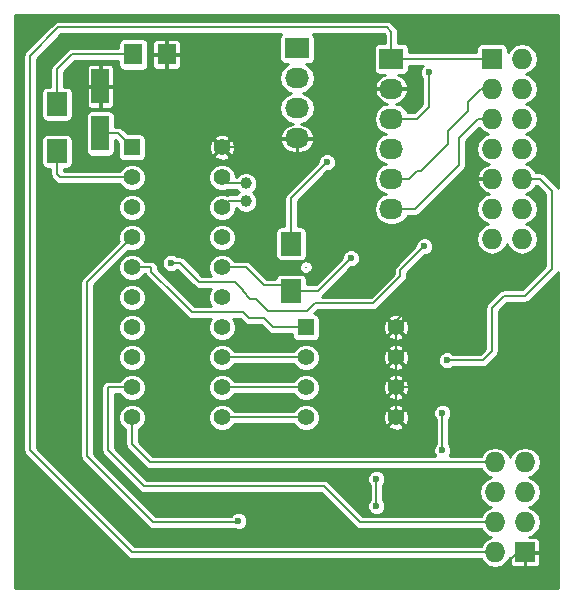
<source format=gtl>
G04 #@! TF.FileFunction,Copper,L1,Top,Signal*
%FSLAX46Y46*%
G04 Gerber Fmt 4.6, Leading zero omitted, Abs format (unit mm)*
G04 Created by KiCad (PCBNEW (after 2015-mar-04 BZR unknown)-product) date 16/04/2015 11:47:33*
%MOMM*%
G01*
G04 APERTURE LIST*
%ADD10C,0.100000*%
%ADD11R,1.727200X1.727200*%
%ADD12O,1.727200X1.727200*%
%ADD13R,1.597660X1.800860*%
%ADD14R,1.700000X2.000000*%
%ADD15R,2.032000X1.727200*%
%ADD16O,2.032000X1.727200*%
%ADD17R,1.397000X1.397000*%
%ADD18C,1.397000*%
%ADD19C,1.000760*%
%ADD20R,1.501140X2.999740*%
%ADD21C,0.600000*%
%ADD22C,0.200000*%
%ADD23C,0.234000*%
G04 APERTURE END LIST*
D10*
D11*
X146558000Y-95504000D03*
D12*
X144018000Y-95504000D03*
X146558000Y-92964000D03*
X144018000Y-92964000D03*
X146558000Y-90424000D03*
X144018000Y-90424000D03*
X146558000Y-87884000D03*
X144018000Y-87884000D03*
D13*
X113388140Y-53340000D03*
X116227860Y-53340000D03*
D14*
X126746000Y-73374000D03*
X126746000Y-69374000D03*
X106934000Y-61563000D03*
X106934000Y-57563000D03*
D11*
X143764000Y-53721000D03*
D12*
X146304000Y-53721000D03*
X143764000Y-56261000D03*
X146304000Y-56261000D03*
X143764000Y-58801000D03*
X146304000Y-58801000D03*
X143764000Y-61341000D03*
X146304000Y-61341000D03*
X143764000Y-63881000D03*
X146304000Y-63881000D03*
X143764000Y-66421000D03*
X146304000Y-66421000D03*
X143764000Y-68961000D03*
X146304000Y-68961000D03*
D15*
X127254000Y-52832000D03*
D16*
X127254000Y-55372000D03*
X127254000Y-57912000D03*
X127254000Y-60452000D03*
D15*
X135255000Y-53721000D03*
D16*
X135255000Y-56261000D03*
X135255000Y-58801000D03*
X135255000Y-61341000D03*
X135255000Y-63881000D03*
X135255000Y-66421000D03*
D17*
X113284000Y-61214000D03*
D18*
X113284000Y-63754000D03*
X113284000Y-66294000D03*
X113284000Y-68834000D03*
X113284000Y-71374000D03*
X113284000Y-73914000D03*
X113284000Y-76454000D03*
X113284000Y-78994000D03*
X113284000Y-81534000D03*
X113284000Y-84074000D03*
X120904000Y-84074000D03*
X120904000Y-81534000D03*
X120904000Y-78994000D03*
X120904000Y-76454000D03*
X120904000Y-73914000D03*
X120904000Y-71374000D03*
X120904000Y-68834000D03*
X120904000Y-66294000D03*
X120904000Y-63754000D03*
X120904000Y-61214000D03*
D17*
X128016000Y-76454000D03*
D18*
X128016000Y-78994000D03*
X128016000Y-81534000D03*
X128016000Y-84074000D03*
X135636000Y-84074000D03*
X135636000Y-81534000D03*
X135636000Y-78994000D03*
X135636000Y-76454000D03*
D19*
X122936000Y-64274700D03*
X122936000Y-65773300D03*
D20*
X110617000Y-56040020D03*
X110617000Y-60037980D03*
D21*
X129794000Y-62484000D03*
X139954000Y-79248000D03*
X139573000Y-83693000D03*
X139573000Y-86868000D03*
X133985000Y-89281000D03*
X133985000Y-91567000D03*
X122301000Y-92837000D03*
X138049000Y-69596000D03*
X116586000Y-70993000D03*
X131826000Y-70612000D03*
X138430000Y-54864000D03*
D22*
X128016000Y-71342000D02*
X127984000Y-71374000D01*
X106934000Y-54610000D02*
X108204000Y-53340000D01*
X108204000Y-53340000D02*
X113388140Y-53340000D01*
X106934000Y-57563000D02*
X106934000Y-54610000D01*
X119634000Y-59944000D02*
X120904000Y-61214000D01*
X118618000Y-59944000D02*
X119634000Y-59944000D01*
X116227860Y-57553860D02*
X118618000Y-59944000D01*
X116227860Y-55730140D02*
X116227860Y-57553860D01*
X116227860Y-53340000D02*
X116227860Y-55730140D01*
X142494000Y-63881000D02*
X143764000Y-63881000D01*
X139954000Y-66421000D02*
X142494000Y-63881000D01*
X139954000Y-71628000D02*
X139954000Y-66421000D01*
X135636000Y-75946000D02*
X139954000Y-71628000D01*
X135636000Y-76454000D02*
X135636000Y-75946000D01*
X135636000Y-78994000D02*
X135636000Y-76454000D01*
X135636000Y-78994000D02*
X135636000Y-81534000D01*
X146558000Y-95504000D02*
X148336000Y-95504000D01*
X148336000Y-95504000D02*
X149098000Y-94742000D01*
X149098000Y-94742000D02*
X149098000Y-84328000D01*
X149098000Y-84328000D02*
X148844000Y-84074000D01*
X142875000Y-84074000D02*
X148844000Y-84074000D01*
X132461000Y-56261000D02*
X130556000Y-58166000D01*
X130556000Y-58166000D02*
X130556000Y-60198000D01*
X130556000Y-60198000D02*
X130302000Y-60452000D01*
X130302000Y-60452000D02*
X127254000Y-60452000D01*
X135255000Y-56261000D02*
X132461000Y-56261000D01*
X125730000Y-60452000D02*
X124968000Y-61214000D01*
X124968000Y-61214000D02*
X120904000Y-61214000D01*
X127254000Y-60452000D02*
X125730000Y-60452000D01*
X140335000Y-81534000D02*
X142875000Y-84074000D01*
X135636000Y-81534000D02*
X140335000Y-81534000D01*
X135636000Y-81534000D02*
X135636000Y-84074000D01*
X135763000Y-76581000D02*
X135636000Y-76454000D01*
X115917980Y-56040020D02*
X116227860Y-55730140D01*
X110617000Y-56040020D02*
X115917980Y-56040020D01*
X145962130Y-95504000D02*
X144565130Y-96901000D01*
X146558000Y-95504000D02*
X145962130Y-95504000D01*
X144565130Y-96901000D02*
X109855000Y-96901000D01*
X135255000Y-53721000D02*
X143764000Y-53721000D01*
X112107980Y-60037980D02*
X113284000Y-61214000D01*
X110617000Y-60037980D02*
X112107980Y-60037980D01*
X115316000Y-95504000D02*
X144018000Y-95504000D01*
X104648000Y-86868000D02*
X113284000Y-95504000D01*
X104648000Y-53472002D02*
X104648000Y-86868000D01*
X107066002Y-51054000D02*
X104648000Y-53472002D01*
X113284000Y-95504000D02*
X115316000Y-95504000D01*
X134874000Y-51054000D02*
X107066002Y-51054000D01*
X135255000Y-51435000D02*
X134874000Y-51054000D01*
X135255000Y-53721000D02*
X135255000Y-51435000D01*
X127254000Y-57912000D02*
X127000000Y-57912000D01*
X126746000Y-65532000D02*
X129794000Y-62484000D01*
X126746000Y-69374000D02*
X126746000Y-65532000D01*
X141097000Y-79248000D02*
X139954000Y-79248000D01*
X139573000Y-83693000D02*
X139573000Y-86868000D01*
X133985000Y-89281000D02*
X133985000Y-91567000D01*
X122301000Y-92837000D02*
X122174000Y-92964000D01*
X122174000Y-92964000D02*
X115062000Y-92964000D01*
X115062000Y-92964000D02*
X109474000Y-87376000D01*
X109474000Y-87376000D02*
X109474000Y-72644000D01*
X109474000Y-72644000D02*
X113284000Y-68834000D01*
X147828000Y-63881000D02*
X148844000Y-64897000D01*
X148844000Y-64897000D02*
X148844000Y-71501000D01*
X148844000Y-71501000D02*
X146558000Y-73787000D01*
X146304000Y-63881000D02*
X147828000Y-63881000D01*
X143002000Y-79248000D02*
X143764000Y-78486000D01*
X143764000Y-78486000D02*
X143764000Y-74803000D01*
X143764000Y-74803000D02*
X144780000Y-73787000D01*
X144780000Y-73787000D02*
X146558000Y-73787000D01*
X141097000Y-79248000D02*
X143002000Y-79248000D01*
X138049000Y-69596000D02*
X136017000Y-71628000D01*
X136017000Y-71628000D02*
X136017000Y-72136000D01*
X136017000Y-72136000D02*
X133731000Y-74422000D01*
X133731000Y-74422000D02*
X128778000Y-74422000D01*
X128778000Y-74422000D02*
X128143000Y-75057000D01*
X128143000Y-75057000D02*
X124841000Y-75057000D01*
X124841000Y-75057000D02*
X123825000Y-74041000D01*
X123825000Y-74041000D02*
X123317000Y-74041000D01*
X123317000Y-74041000D02*
X122682000Y-73406000D01*
X122682000Y-73406000D02*
X122682000Y-73279000D01*
X122682000Y-73279000D02*
X122047000Y-72644000D01*
X122047000Y-72644000D02*
X118999000Y-72644000D01*
X118999000Y-72644000D02*
X117348000Y-70993000D01*
X117348000Y-70993000D02*
X116586000Y-70993000D01*
X126270000Y-72898000D02*
X126746000Y-73374000D01*
X122936000Y-71374000D02*
X124460000Y-72898000D01*
X124460000Y-72898000D02*
X126270000Y-72898000D01*
X120904000Y-71374000D02*
X122936000Y-71374000D01*
X129064000Y-73374000D02*
X131826000Y-70612000D01*
X126746000Y-73374000D02*
X129064000Y-73374000D01*
X106934000Y-63500000D02*
X107188000Y-63754000D01*
X107188000Y-63754000D02*
X113284000Y-63754000D01*
X106934000Y-61563000D02*
X106934000Y-63500000D01*
X125222000Y-76454000D02*
X124460000Y-75692000D01*
X124460000Y-75692000D02*
X123190000Y-75692000D01*
X123190000Y-75692000D02*
X122682000Y-75184000D01*
X122682000Y-75184000D02*
X118364000Y-75184000D01*
X118364000Y-75184000D02*
X117094000Y-73914000D01*
X114935000Y-71374000D02*
X113284000Y-71374000D01*
X128016000Y-76454000D02*
X125222000Y-76454000D01*
X114935000Y-71755000D02*
X117094000Y-73914000D01*
X114935000Y-71374000D02*
X114935000Y-71755000D01*
X111252000Y-81534000D02*
X111252000Y-86868000D01*
X111252000Y-86868000D02*
X114300000Y-89916000D01*
X114300000Y-89916000D02*
X129540000Y-89916000D01*
X129540000Y-89916000D02*
X132588000Y-92964000D01*
X132588000Y-92964000D02*
X144018000Y-92964000D01*
X113284000Y-81534000D02*
X111252000Y-81534000D01*
X113284000Y-86360000D02*
X114808000Y-87884000D01*
X114808000Y-87884000D02*
X144018000Y-87884000D01*
X113284000Y-84074000D02*
X113284000Y-86360000D01*
X120904000Y-84074000D02*
X128016000Y-84074000D01*
X128016000Y-81534000D02*
X120904000Y-81534000D01*
X120904000Y-78994000D02*
X128016000Y-78994000D01*
X121424700Y-65773300D02*
X120904000Y-66294000D01*
X122936000Y-65773300D02*
X121424700Y-65773300D01*
X121424700Y-64274700D02*
X120904000Y-63754000D01*
X122936000Y-64274700D02*
X121424700Y-64274700D01*
X138430000Y-54864000D02*
X138430000Y-57785000D01*
X138430000Y-57785000D02*
X137414000Y-58801000D01*
X137414000Y-58801000D02*
X135255000Y-58801000D01*
X136779000Y-63881000D02*
X137414000Y-63246000D01*
X141986000Y-57150000D02*
X142875000Y-56261000D01*
X142875000Y-56261000D02*
X143764000Y-56261000D01*
X135255000Y-63881000D02*
X136779000Y-63881000D01*
X137795000Y-63246000D02*
X140081000Y-60960000D01*
X140081000Y-60960000D02*
X140081000Y-59817000D01*
X140081000Y-59817000D02*
X141732000Y-58166000D01*
X141732000Y-58166000D02*
X141732000Y-57404000D01*
X141732000Y-57404000D02*
X141986000Y-57150000D01*
X137414000Y-63246000D02*
X137414000Y-63246000D01*
X137414000Y-63246000D02*
X137795000Y-63246000D01*
X137287000Y-66421000D02*
X140970000Y-62738000D01*
X140970000Y-62738000D02*
X140970000Y-60452000D01*
X140970000Y-60452000D02*
X142621000Y-58801000D01*
X142621000Y-58801000D02*
X143256000Y-58801000D01*
X135255000Y-66421000D02*
X137287000Y-66421000D01*
D23*
G36*
X149343000Y-98543000D02*
X147838600Y-98543000D01*
X147838600Y-96450546D01*
X147838600Y-96284653D01*
X147838600Y-95641250D01*
X147734350Y-95537000D01*
X146591000Y-95537000D01*
X146591000Y-96680350D01*
X146695250Y-96784600D01*
X147504547Y-96784600D01*
X147657812Y-96721115D01*
X147775116Y-96603811D01*
X147838600Y-96450546D01*
X147838600Y-98543000D01*
X103387000Y-98543000D01*
X103387000Y-50047000D01*
X149343000Y-50047000D01*
X149343000Y-64642842D01*
X149244930Y-64496070D01*
X148228930Y-63480070D01*
X148044982Y-63357160D01*
X148008981Y-63349999D01*
X147828000Y-63313999D01*
X147827994Y-63314000D01*
X147520760Y-63314000D01*
X147270944Y-62940124D01*
X146839267Y-62651686D01*
X146634724Y-62611000D01*
X146839267Y-62570314D01*
X147270944Y-62281876D01*
X147559382Y-61850199D01*
X147660668Y-61341000D01*
X147559382Y-60831801D01*
X147270944Y-60400124D01*
X146839267Y-60111686D01*
X146634724Y-60071000D01*
X146839267Y-60030314D01*
X147270944Y-59741876D01*
X147559382Y-59310199D01*
X147660668Y-58801000D01*
X147559382Y-58291801D01*
X147270944Y-57860124D01*
X146839267Y-57571686D01*
X146634724Y-57531000D01*
X146839267Y-57490314D01*
X147270944Y-57201876D01*
X147559382Y-56770199D01*
X147660668Y-56261000D01*
X147559382Y-55751801D01*
X147270944Y-55320124D01*
X146839267Y-55031686D01*
X146634724Y-54991000D01*
X146839267Y-54950314D01*
X147270944Y-54661876D01*
X147559382Y-54230199D01*
X147660668Y-53721000D01*
X147559382Y-53211801D01*
X147270944Y-52780124D01*
X146839267Y-52491686D01*
X146330068Y-52390400D01*
X146277932Y-52390400D01*
X145768733Y-52491686D01*
X145337056Y-52780124D01*
X145103749Y-53129291D01*
X145103749Y-52857400D01*
X145069200Y-52679335D01*
X144966394Y-52522831D01*
X144811194Y-52418070D01*
X144627600Y-52381251D01*
X142900400Y-52381251D01*
X142722335Y-52415800D01*
X142565831Y-52518606D01*
X142461070Y-52673806D01*
X142424251Y-52857400D01*
X142424251Y-53154000D01*
X136747149Y-53154000D01*
X136747149Y-52857400D01*
X136712600Y-52679335D01*
X136609794Y-52522831D01*
X136454594Y-52418070D01*
X136271000Y-52381251D01*
X135822000Y-52381251D01*
X135822000Y-51435000D01*
X135778840Y-51218018D01*
X135655930Y-51034070D01*
X135655926Y-51034067D01*
X135274930Y-50653070D01*
X135090982Y-50530160D01*
X135054981Y-50522999D01*
X134874000Y-50486999D01*
X134873994Y-50487000D01*
X107066002Y-50487000D01*
X106849020Y-50530160D01*
X106665072Y-50653070D01*
X106665069Y-50653073D01*
X104247070Y-53071072D01*
X104124160Y-53255020D01*
X104116999Y-53291020D01*
X104080999Y-53472002D01*
X104081000Y-53472007D01*
X104081000Y-86867994D01*
X104080999Y-86868000D01*
X104116999Y-87048981D01*
X104124160Y-87084982D01*
X104247070Y-87268930D01*
X112883067Y-95904926D01*
X112883070Y-95904930D01*
X113067018Y-96027840D01*
X113284000Y-96071000D01*
X115316000Y-96071000D01*
X142801239Y-96071000D01*
X143051056Y-96444876D01*
X143482733Y-96733314D01*
X143991932Y-96834600D01*
X144044068Y-96834600D01*
X144553267Y-96733314D01*
X144984944Y-96444876D01*
X145273382Y-96013199D01*
X145277400Y-95992999D01*
X145277400Y-96284653D01*
X145277400Y-96450546D01*
X145340884Y-96603811D01*
X145458188Y-96721115D01*
X145611453Y-96784600D01*
X146420750Y-96784600D01*
X146525000Y-96680350D01*
X146525000Y-95537000D01*
X146505000Y-95537000D01*
X146505000Y-95471000D01*
X146525000Y-95471000D01*
X146525000Y-95451000D01*
X146591000Y-95451000D01*
X146591000Y-95471000D01*
X147734350Y-95471000D01*
X147838600Y-95366750D01*
X147838600Y-94723347D01*
X147838600Y-94557454D01*
X147775116Y-94404189D01*
X147657812Y-94286885D01*
X147504547Y-94223400D01*
X146942014Y-94223400D01*
X147093267Y-94193314D01*
X147524944Y-93904876D01*
X147813382Y-93473199D01*
X147914668Y-92964000D01*
X147813382Y-92454801D01*
X147524944Y-92023124D01*
X147093267Y-91734686D01*
X146888724Y-91694000D01*
X147093267Y-91653314D01*
X147524944Y-91364876D01*
X147813382Y-90933199D01*
X147914668Y-90424000D01*
X147813382Y-89914801D01*
X147524944Y-89483124D01*
X147093267Y-89194686D01*
X146888724Y-89154000D01*
X147093267Y-89113314D01*
X147524944Y-88824876D01*
X147813382Y-88393199D01*
X147914668Y-87884000D01*
X147813382Y-87374801D01*
X147524944Y-86943124D01*
X147093267Y-86654686D01*
X146584068Y-86553400D01*
X146531932Y-86553400D01*
X146022733Y-86654686D01*
X145591056Y-86943124D01*
X145302618Y-87374801D01*
X145288000Y-87448290D01*
X145273382Y-87374801D01*
X144984944Y-86943124D01*
X144553267Y-86654686D01*
X144044068Y-86553400D01*
X143991932Y-86553400D01*
X143482733Y-86654686D01*
X143051056Y-86943124D01*
X142801239Y-87317000D01*
X140208864Y-87317000D01*
X140222851Y-87303038D01*
X140339866Y-87021235D01*
X140340132Y-86716104D01*
X140223610Y-86434097D01*
X140140000Y-86350341D01*
X140140000Y-84210744D01*
X140222851Y-84128038D01*
X140339866Y-83846235D01*
X140340132Y-83541104D01*
X140223610Y-83259097D01*
X140008038Y-83043149D01*
X139726235Y-82926134D01*
X139421104Y-82925868D01*
X139139097Y-83042390D01*
X138923149Y-83257962D01*
X138816132Y-83515687D01*
X138816132Y-69444104D01*
X138699610Y-69162097D01*
X138484038Y-68946149D01*
X138202235Y-68829134D01*
X137897104Y-68828868D01*
X137615097Y-68945390D01*
X137399149Y-69160962D01*
X137282134Y-69442765D01*
X137282030Y-69561109D01*
X135616070Y-71227070D01*
X135493160Y-71411018D01*
X135485999Y-71447018D01*
X135449999Y-71628000D01*
X135450000Y-71628005D01*
X135450000Y-71901140D01*
X133496140Y-73855000D01*
X129345096Y-73855000D01*
X129464930Y-73774930D01*
X131860829Y-71379029D01*
X131977896Y-71379132D01*
X132259903Y-71262610D01*
X132475851Y-71047038D01*
X132592866Y-70765235D01*
X132593132Y-70460104D01*
X132476610Y-70178097D01*
X132261038Y-69962149D01*
X131979235Y-69845134D01*
X131674104Y-69844868D01*
X131392097Y-69961390D01*
X131176149Y-70176962D01*
X131059134Y-70458765D01*
X131059030Y-70577110D01*
X130561132Y-71075008D01*
X130561132Y-62332104D01*
X130444610Y-62050097D01*
X130229038Y-61834149D01*
X129947235Y-61717134D01*
X129642104Y-61716868D01*
X129360097Y-61833390D01*
X129144149Y-62048962D01*
X129027134Y-62330765D01*
X129027030Y-62449109D01*
X128665652Y-62810487D01*
X128665652Y-60684857D01*
X128582287Y-60485000D01*
X127287000Y-60485000D01*
X127287000Y-61732600D01*
X127439400Y-61732600D01*
X127926952Y-61622492D01*
X128335255Y-61334187D01*
X128602148Y-60911577D01*
X128665652Y-60684857D01*
X128665652Y-62810487D01*
X127221000Y-64255139D01*
X127221000Y-61732600D01*
X127221000Y-60485000D01*
X125925713Y-60485000D01*
X125842348Y-60684857D01*
X125905852Y-60911577D01*
X126172745Y-61334187D01*
X126581048Y-61622492D01*
X127068600Y-61732600D01*
X127221000Y-61732600D01*
X127221000Y-64255139D01*
X126345070Y-65131070D01*
X126222160Y-65315018D01*
X126214999Y-65351018D01*
X126178999Y-65532000D01*
X126179000Y-65532005D01*
X126179000Y-67897851D01*
X125896000Y-67897851D01*
X125717935Y-67932400D01*
X125561431Y-68035206D01*
X125456670Y-68190406D01*
X125419851Y-68374000D01*
X125419851Y-70374000D01*
X125454400Y-70552065D01*
X125557206Y-70708569D01*
X125712406Y-70813330D01*
X125896000Y-70850149D01*
X127596000Y-70850149D01*
X127774065Y-70815600D01*
X127930569Y-70712794D01*
X128035330Y-70557594D01*
X128072149Y-70374000D01*
X128072149Y-68374000D01*
X128037600Y-68195935D01*
X127934794Y-68039431D01*
X127779594Y-67934670D01*
X127596000Y-67897851D01*
X127313000Y-67897851D01*
X127313000Y-65766860D01*
X129828830Y-63251029D01*
X129945896Y-63251132D01*
X130227903Y-63134610D01*
X130443851Y-62919038D01*
X130560866Y-62637235D01*
X130561132Y-62332104D01*
X130561132Y-71075008D01*
X128829140Y-72807000D01*
X128583001Y-72807000D01*
X128583001Y-71342000D01*
X128539840Y-71125019D01*
X128416930Y-70941070D01*
X128232981Y-70818160D01*
X128016000Y-70774999D01*
X127799019Y-70818160D01*
X127615071Y-70941070D01*
X127583070Y-70973070D01*
X127460160Y-71157019D01*
X127416999Y-71374000D01*
X127460160Y-71590981D01*
X127583070Y-71774930D01*
X127767019Y-71897840D01*
X127984000Y-71941001D01*
X128200981Y-71897840D01*
X128384930Y-71774930D01*
X128416930Y-71742929D01*
X128539840Y-71558981D01*
X128583001Y-71342000D01*
X128583001Y-72807000D01*
X128072149Y-72807000D01*
X128072149Y-72374000D01*
X128037600Y-72195935D01*
X127934794Y-72039431D01*
X127779594Y-71934670D01*
X127596000Y-71897851D01*
X125896000Y-71897851D01*
X125717935Y-71932400D01*
X125561431Y-72035206D01*
X125456670Y-72190406D01*
X125428474Y-72331000D01*
X124694859Y-72331000D01*
X123903547Y-71539687D01*
X123903547Y-65581720D01*
X123756583Y-65226039D01*
X123554782Y-65023886D01*
X123755627Y-64823392D01*
X123903212Y-64467968D01*
X123903547Y-64083120D01*
X123756583Y-63727439D01*
X123484692Y-63455073D01*
X123129268Y-63307488D01*
X122744420Y-63307153D01*
X122388739Y-63454117D01*
X122134712Y-63707700D01*
X122069540Y-63707700D01*
X122069701Y-63523185D01*
X122021716Y-63407051D01*
X122021716Y-61003560D01*
X121856103Y-60591847D01*
X121843148Y-60572459D01*
X121657477Y-60507192D01*
X121610808Y-60553861D01*
X121610808Y-60460523D01*
X121545541Y-60274852D01*
X121137310Y-60100833D01*
X120693560Y-60096284D01*
X120281847Y-60261897D01*
X120262459Y-60274852D01*
X120197192Y-60460523D01*
X120904000Y-61167331D01*
X121610808Y-60460523D01*
X121610808Y-60553861D01*
X120950669Y-61214000D01*
X121657477Y-61920808D01*
X121843148Y-61855541D01*
X122017167Y-61447310D01*
X122021716Y-61003560D01*
X122021716Y-63407051D01*
X121892639Y-63094660D01*
X121610808Y-62812337D01*
X121610808Y-61967477D01*
X120904000Y-61260669D01*
X120857331Y-61307338D01*
X120857331Y-61214000D01*
X120150523Y-60507192D01*
X119964852Y-60572459D01*
X119790833Y-60980690D01*
X119786284Y-61424440D01*
X119951897Y-61836153D01*
X119964852Y-61855541D01*
X120150523Y-61920808D01*
X120857331Y-61214000D01*
X120857331Y-61307338D01*
X120197192Y-61967477D01*
X120262459Y-62153148D01*
X120670690Y-62327167D01*
X121114440Y-62331716D01*
X121526153Y-62166103D01*
X121545541Y-62153148D01*
X121610808Y-61967477D01*
X121610808Y-62812337D01*
X121565064Y-62766514D01*
X121136849Y-62588703D01*
X120673185Y-62588299D01*
X120244660Y-62765361D01*
X119916514Y-63092936D01*
X119738703Y-63521151D01*
X119738299Y-63984815D01*
X119915361Y-64413340D01*
X120242936Y-64741486D01*
X120671151Y-64919297D01*
X121134815Y-64919701D01*
X121356448Y-64828124D01*
X121356449Y-64828124D01*
X121424700Y-64841701D01*
X121424700Y-64841700D01*
X121424705Y-64841700D01*
X122135121Y-64841700D01*
X122317217Y-65024113D01*
X122134712Y-65206300D01*
X121424705Y-65206300D01*
X121424700Y-65206299D01*
X121356426Y-65219879D01*
X121136849Y-65128703D01*
X120673185Y-65128299D01*
X120244660Y-65305361D01*
X119916514Y-65632936D01*
X119738703Y-66061151D01*
X119738299Y-66524815D01*
X119915361Y-66953340D01*
X120242936Y-67281486D01*
X120671151Y-67459297D01*
X121134815Y-67459701D01*
X121563340Y-67282639D01*
X121891486Y-66955064D01*
X122069297Y-66526849D01*
X122069459Y-66340300D01*
X122135121Y-66340300D01*
X122387308Y-66592927D01*
X122742732Y-66740512D01*
X123127580Y-66740847D01*
X123483261Y-66593883D01*
X123755627Y-66321992D01*
X123903212Y-65966568D01*
X123903547Y-65581720D01*
X123903547Y-71539687D01*
X123336930Y-70973070D01*
X123152982Y-70850160D01*
X123116981Y-70842999D01*
X122936000Y-70806999D01*
X122935994Y-70807000D01*
X122069701Y-70807000D01*
X122069701Y-68603185D01*
X121892639Y-68174660D01*
X121565064Y-67846514D01*
X121136849Y-67668703D01*
X120673185Y-67668299D01*
X120244660Y-67845361D01*
X119916514Y-68172936D01*
X119738703Y-68601151D01*
X119738299Y-69064815D01*
X119915361Y-69493340D01*
X120242936Y-69821486D01*
X120671151Y-69999297D01*
X121134815Y-69999701D01*
X121563340Y-69822639D01*
X121891486Y-69495064D01*
X122069297Y-69066849D01*
X122069701Y-68603185D01*
X122069701Y-70807000D01*
X121930792Y-70807000D01*
X121892639Y-70714660D01*
X121565064Y-70386514D01*
X121136849Y-70208703D01*
X120673185Y-70208299D01*
X120244660Y-70385361D01*
X119916514Y-70712936D01*
X119738703Y-71141151D01*
X119738299Y-71604815D01*
X119915361Y-72033340D01*
X119958945Y-72077000D01*
X119233859Y-72077000D01*
X117748930Y-70592070D01*
X117564982Y-70469160D01*
X117528981Y-70461999D01*
X117443690Y-70445033D01*
X117443690Y-54323376D01*
X117443690Y-54157483D01*
X117443690Y-53477250D01*
X117443690Y-53202750D01*
X117443690Y-52522517D01*
X117443690Y-52356624D01*
X117380206Y-52203359D01*
X117262902Y-52086055D01*
X117109637Y-52022570D01*
X116365110Y-52022570D01*
X116260860Y-52126820D01*
X116260860Y-53307000D01*
X117339440Y-53307000D01*
X117443690Y-53202750D01*
X117443690Y-53477250D01*
X117339440Y-53373000D01*
X116260860Y-53373000D01*
X116260860Y-54553180D01*
X116365110Y-54657430D01*
X117109637Y-54657430D01*
X117262902Y-54593945D01*
X117380206Y-54476641D01*
X117443690Y-54323376D01*
X117443690Y-70445033D01*
X117348000Y-70425999D01*
X117347994Y-70426000D01*
X117103744Y-70426000D01*
X117021038Y-70343149D01*
X116739235Y-70226134D01*
X116434104Y-70225868D01*
X116194860Y-70324720D01*
X116194860Y-54553180D01*
X116194860Y-53373000D01*
X116194860Y-53307000D01*
X116194860Y-52126820D01*
X116090610Y-52022570D01*
X115346083Y-52022570D01*
X115192818Y-52086055D01*
X115075514Y-52203359D01*
X115012030Y-52356624D01*
X115012030Y-52522517D01*
X115012030Y-53202750D01*
X115116280Y-53307000D01*
X116194860Y-53307000D01*
X116194860Y-53373000D01*
X115116280Y-53373000D01*
X115012030Y-53477250D01*
X115012030Y-54157483D01*
X115012030Y-54323376D01*
X115075514Y-54476641D01*
X115192818Y-54593945D01*
X115346083Y-54657430D01*
X116090610Y-54657430D01*
X116194860Y-54553180D01*
X116194860Y-70324720D01*
X116152097Y-70342390D01*
X115936149Y-70557962D01*
X115819134Y-70839765D01*
X115818868Y-71144896D01*
X115935390Y-71426903D01*
X116150962Y-71642851D01*
X116432765Y-71759866D01*
X116737896Y-71760132D01*
X117019903Y-71643610D01*
X117103658Y-71560000D01*
X117113140Y-71560000D01*
X118598067Y-73044926D01*
X118598070Y-73044930D01*
X118598071Y-73044930D01*
X118720980Y-73127056D01*
X118782018Y-73167840D01*
X118782019Y-73167841D01*
X118999000Y-73211001D01*
X118999000Y-73211000D01*
X118999005Y-73211000D01*
X119958523Y-73211000D01*
X119916514Y-73252936D01*
X119738703Y-73681151D01*
X119738299Y-74144815D01*
X119915361Y-74573340D01*
X119958945Y-74617000D01*
X118598859Y-74617000D01*
X117494930Y-73513070D01*
X117494926Y-73513067D01*
X115502000Y-71520140D01*
X115502000Y-71374000D01*
X115458840Y-71157018D01*
X115335930Y-70973070D01*
X115151982Y-70850160D01*
X114935000Y-70807000D01*
X114663119Y-70807000D01*
X114663119Y-54240430D01*
X114663119Y-52439570D01*
X114628570Y-52261505D01*
X114525764Y-52105001D01*
X114370564Y-52000240D01*
X114186970Y-51963421D01*
X112589310Y-51963421D01*
X112411245Y-51997970D01*
X112254741Y-52100776D01*
X112149980Y-52255976D01*
X112113161Y-52439570D01*
X112113161Y-52773000D01*
X108204000Y-52773000D01*
X107987018Y-52816160D01*
X107803070Y-52939070D01*
X107803067Y-52939073D01*
X106533070Y-54209070D01*
X106410160Y-54393018D01*
X106402999Y-54429018D01*
X106366999Y-54610000D01*
X106367000Y-54610005D01*
X106367000Y-56086851D01*
X106084000Y-56086851D01*
X105905935Y-56121400D01*
X105749431Y-56224206D01*
X105644670Y-56379406D01*
X105607851Y-56563000D01*
X105607851Y-58563000D01*
X105642400Y-58741065D01*
X105745206Y-58897569D01*
X105900406Y-59002330D01*
X106084000Y-59039149D01*
X107784000Y-59039149D01*
X107962065Y-59004600D01*
X108118569Y-58901794D01*
X108223330Y-58746594D01*
X108260149Y-58563000D01*
X108260149Y-56563000D01*
X108225600Y-56384935D01*
X108122794Y-56228431D01*
X107967594Y-56123670D01*
X107784000Y-56086851D01*
X107501000Y-56086851D01*
X107501000Y-54844859D01*
X108438859Y-53907000D01*
X112113161Y-53907000D01*
X112113161Y-54240430D01*
X112147710Y-54418495D01*
X112250516Y-54574999D01*
X112405716Y-54679760D01*
X112589310Y-54716579D01*
X114186970Y-54716579D01*
X114365035Y-54682030D01*
X114521539Y-54579224D01*
X114626300Y-54424024D01*
X114663119Y-54240430D01*
X114663119Y-70807000D01*
X114458649Y-70807000D01*
X114458649Y-61912500D01*
X114458649Y-60515500D01*
X114424100Y-60337435D01*
X114321294Y-60180931D01*
X114166094Y-60076170D01*
X113982500Y-60039351D01*
X112911210Y-60039351D01*
X112508910Y-59637050D01*
X112324962Y-59514140D01*
X112288961Y-59506979D01*
X112107980Y-59470979D01*
X112107974Y-59470980D01*
X111843719Y-59470980D01*
X111843719Y-58538110D01*
X111809170Y-58360045D01*
X111784570Y-58322595D01*
X111784570Y-57622837D01*
X111784570Y-56177270D01*
X111784570Y-55902770D01*
X111784570Y-54457203D01*
X111721085Y-54303938D01*
X111603781Y-54186634D01*
X111450516Y-54123150D01*
X111284623Y-54123150D01*
X110754250Y-54123150D01*
X110650000Y-54227400D01*
X110650000Y-56007020D01*
X111680320Y-56007020D01*
X111784570Y-55902770D01*
X111784570Y-56177270D01*
X111680320Y-56073020D01*
X110650000Y-56073020D01*
X110650000Y-57852640D01*
X110754250Y-57956890D01*
X111284623Y-57956890D01*
X111450516Y-57956890D01*
X111603781Y-57893406D01*
X111721085Y-57776102D01*
X111784570Y-57622837D01*
X111784570Y-58322595D01*
X111706364Y-58203541D01*
X111551164Y-58098780D01*
X111367570Y-58061961D01*
X110584000Y-58061961D01*
X110584000Y-57852640D01*
X110584000Y-56073020D01*
X110584000Y-56007020D01*
X110584000Y-54227400D01*
X110479750Y-54123150D01*
X109949377Y-54123150D01*
X109783484Y-54123150D01*
X109630219Y-54186634D01*
X109512915Y-54303938D01*
X109449430Y-54457203D01*
X109449430Y-55902770D01*
X109553680Y-56007020D01*
X110584000Y-56007020D01*
X110584000Y-56073020D01*
X109553680Y-56073020D01*
X109449430Y-56177270D01*
X109449430Y-57622837D01*
X109512915Y-57776102D01*
X109630219Y-57893406D01*
X109783484Y-57956890D01*
X109949377Y-57956890D01*
X110479750Y-57956890D01*
X110584000Y-57852640D01*
X110584000Y-58061961D01*
X109866430Y-58061961D01*
X109688365Y-58096510D01*
X109531861Y-58199316D01*
X109427100Y-58354516D01*
X109390281Y-58538110D01*
X109390281Y-61537850D01*
X109424830Y-61715915D01*
X109527636Y-61872419D01*
X109682836Y-61977180D01*
X109866430Y-62013999D01*
X111367570Y-62013999D01*
X111545635Y-61979450D01*
X111702139Y-61876644D01*
X111806900Y-61721444D01*
X111843719Y-61537850D01*
X111843719Y-60604980D01*
X111873120Y-60604980D01*
X112109351Y-60841210D01*
X112109351Y-61912500D01*
X112143900Y-62090565D01*
X112246706Y-62247069D01*
X112401906Y-62351830D01*
X112585500Y-62388649D01*
X113982500Y-62388649D01*
X114160565Y-62354100D01*
X114317069Y-62251294D01*
X114421830Y-62096094D01*
X114458649Y-61912500D01*
X114458649Y-70807000D01*
X114310792Y-70807000D01*
X114272639Y-70714660D01*
X113945064Y-70386514D01*
X113516849Y-70208703D01*
X113053185Y-70208299D01*
X112624660Y-70385361D01*
X112296514Y-70712936D01*
X112118703Y-71141151D01*
X112118299Y-71604815D01*
X112295361Y-72033340D01*
X112622936Y-72361486D01*
X113051151Y-72539297D01*
X113514815Y-72539701D01*
X113943340Y-72362639D01*
X114271486Y-72035064D01*
X114310544Y-71941000D01*
X114404997Y-71941000D01*
X114411160Y-71971982D01*
X114534070Y-72155930D01*
X116693067Y-74314926D01*
X116693070Y-74314930D01*
X117963067Y-75584926D01*
X117963070Y-75584930D01*
X118147018Y-75707840D01*
X118364000Y-75751000D01*
X119958523Y-75751000D01*
X119916514Y-75792936D01*
X119738703Y-76221151D01*
X119738299Y-76684815D01*
X119915361Y-77113340D01*
X120242936Y-77441486D01*
X120671151Y-77619297D01*
X121134815Y-77619701D01*
X121563340Y-77442639D01*
X121891486Y-77115064D01*
X122069297Y-76686849D01*
X122069701Y-76223185D01*
X121892639Y-75794660D01*
X121849054Y-75751000D01*
X122447140Y-75751000D01*
X122789067Y-76092926D01*
X122789070Y-76092930D01*
X122973018Y-76215840D01*
X123190000Y-76259000D01*
X124225140Y-76259000D01*
X124821067Y-76854926D01*
X124821070Y-76854930D01*
X124821071Y-76854930D01*
X125005018Y-76977840D01*
X125005019Y-76977840D01*
X125041018Y-76985000D01*
X125222000Y-77021001D01*
X125222000Y-77021000D01*
X125222005Y-77021000D01*
X126841351Y-77021000D01*
X126841351Y-77152500D01*
X126875900Y-77330565D01*
X126978706Y-77487069D01*
X127133906Y-77591830D01*
X127317500Y-77628649D01*
X128714500Y-77628649D01*
X128892565Y-77594100D01*
X129049069Y-77491294D01*
X129153830Y-77336094D01*
X129190649Y-77152500D01*
X129190649Y-75755500D01*
X129156100Y-75577435D01*
X129053294Y-75420931D01*
X128898094Y-75316170D01*
X128721170Y-75280688D01*
X129012859Y-74989000D01*
X133730994Y-74989000D01*
X133731000Y-74989001D01*
X133731000Y-74989000D01*
X133911981Y-74953000D01*
X133947981Y-74945840D01*
X133947982Y-74945840D01*
X134131930Y-74822930D01*
X136417926Y-72536932D01*
X136417929Y-72536930D01*
X136417930Y-72536930D01*
X136540840Y-72352982D01*
X136584000Y-72136000D01*
X136584000Y-71862860D01*
X138083830Y-70363029D01*
X138200896Y-70363132D01*
X138482903Y-70246610D01*
X138698851Y-70031038D01*
X138815866Y-69749235D01*
X138816132Y-69444104D01*
X138816132Y-83515687D01*
X138806134Y-83539765D01*
X138805868Y-83844896D01*
X138922390Y-84126903D01*
X139006000Y-84210658D01*
X139006000Y-86350255D01*
X138923149Y-86432962D01*
X138806134Y-86714765D01*
X138805868Y-87019896D01*
X138922390Y-87301903D01*
X138937460Y-87317000D01*
X136753716Y-87317000D01*
X136753716Y-83863560D01*
X136753716Y-81323560D01*
X136753716Y-78783560D01*
X136753716Y-76243560D01*
X136588103Y-75831847D01*
X136575148Y-75812459D01*
X136389477Y-75747192D01*
X136342808Y-75793861D01*
X136342808Y-75700523D01*
X136277541Y-75514852D01*
X135869310Y-75340833D01*
X135425560Y-75336284D01*
X135013847Y-75501897D01*
X134994459Y-75514852D01*
X134929192Y-75700523D01*
X135636000Y-76407331D01*
X136342808Y-75700523D01*
X136342808Y-75793861D01*
X135682669Y-76454000D01*
X136389477Y-77160808D01*
X136575148Y-77095541D01*
X136749167Y-76687310D01*
X136753716Y-76243560D01*
X136753716Y-78783560D01*
X136588103Y-78371847D01*
X136575148Y-78352459D01*
X136389477Y-78287192D01*
X136342808Y-78333861D01*
X136342808Y-78240523D01*
X136342808Y-77207477D01*
X135636000Y-76500669D01*
X135589331Y-76547338D01*
X135589331Y-76454000D01*
X134882523Y-75747192D01*
X134696852Y-75812459D01*
X134522833Y-76220690D01*
X134518284Y-76664440D01*
X134683897Y-77076153D01*
X134696852Y-77095541D01*
X134882523Y-77160808D01*
X135589331Y-76454000D01*
X135589331Y-76547338D01*
X134929192Y-77207477D01*
X134994459Y-77393148D01*
X135402690Y-77567167D01*
X135846440Y-77571716D01*
X136258153Y-77406103D01*
X136277541Y-77393148D01*
X136342808Y-77207477D01*
X136342808Y-78240523D01*
X136277541Y-78054852D01*
X135869310Y-77880833D01*
X135425560Y-77876284D01*
X135013847Y-78041897D01*
X134994459Y-78054852D01*
X134929192Y-78240523D01*
X135636000Y-78947331D01*
X136342808Y-78240523D01*
X136342808Y-78333861D01*
X135682669Y-78994000D01*
X136389477Y-79700808D01*
X136575148Y-79635541D01*
X136749167Y-79227310D01*
X136753716Y-78783560D01*
X136753716Y-81323560D01*
X136588103Y-80911847D01*
X136575148Y-80892459D01*
X136389477Y-80827192D01*
X136342808Y-80873861D01*
X136342808Y-80780523D01*
X136342808Y-79747477D01*
X135636000Y-79040669D01*
X135589331Y-79087338D01*
X135589331Y-78994000D01*
X134882523Y-78287192D01*
X134696852Y-78352459D01*
X134522833Y-78760690D01*
X134518284Y-79204440D01*
X134683897Y-79616153D01*
X134696852Y-79635541D01*
X134882523Y-79700808D01*
X135589331Y-78994000D01*
X135589331Y-79087338D01*
X134929192Y-79747477D01*
X134994459Y-79933148D01*
X135402690Y-80107167D01*
X135846440Y-80111716D01*
X136258153Y-79946103D01*
X136277541Y-79933148D01*
X136342808Y-79747477D01*
X136342808Y-80780523D01*
X136277541Y-80594852D01*
X135869310Y-80420833D01*
X135425560Y-80416284D01*
X135013847Y-80581897D01*
X134994459Y-80594852D01*
X134929192Y-80780523D01*
X135636000Y-81487331D01*
X136342808Y-80780523D01*
X136342808Y-80873861D01*
X135682669Y-81534000D01*
X136389477Y-82240808D01*
X136575148Y-82175541D01*
X136749167Y-81767310D01*
X136753716Y-81323560D01*
X136753716Y-83863560D01*
X136588103Y-83451847D01*
X136575148Y-83432459D01*
X136389477Y-83367192D01*
X136342808Y-83413861D01*
X136342808Y-83320523D01*
X136342808Y-82287477D01*
X135636000Y-81580669D01*
X135589331Y-81627338D01*
X135589331Y-81534000D01*
X134882523Y-80827192D01*
X134696852Y-80892459D01*
X134522833Y-81300690D01*
X134518284Y-81744440D01*
X134683897Y-82156153D01*
X134696852Y-82175541D01*
X134882523Y-82240808D01*
X135589331Y-81534000D01*
X135589331Y-81627338D01*
X134929192Y-82287477D01*
X134994459Y-82473148D01*
X135402690Y-82647167D01*
X135846440Y-82651716D01*
X136258153Y-82486103D01*
X136277541Y-82473148D01*
X136342808Y-82287477D01*
X136342808Y-83320523D01*
X136277541Y-83134852D01*
X135869310Y-82960833D01*
X135425560Y-82956284D01*
X135013847Y-83121897D01*
X134994459Y-83134852D01*
X134929192Y-83320523D01*
X135636000Y-84027331D01*
X136342808Y-83320523D01*
X136342808Y-83413861D01*
X135682669Y-84074000D01*
X136389477Y-84780808D01*
X136575148Y-84715541D01*
X136749167Y-84307310D01*
X136753716Y-83863560D01*
X136753716Y-87317000D01*
X136342808Y-87317000D01*
X136342808Y-84827477D01*
X135636000Y-84120669D01*
X135589331Y-84167338D01*
X135589331Y-84074000D01*
X134882523Y-83367192D01*
X134696852Y-83432459D01*
X134522833Y-83840690D01*
X134518284Y-84284440D01*
X134683897Y-84696153D01*
X134696852Y-84715541D01*
X134882523Y-84780808D01*
X135589331Y-84074000D01*
X135589331Y-84167338D01*
X134929192Y-84827477D01*
X134994459Y-85013148D01*
X135402690Y-85187167D01*
X135846440Y-85191716D01*
X136258153Y-85026103D01*
X136277541Y-85013148D01*
X136342808Y-84827477D01*
X136342808Y-87317000D01*
X129181701Y-87317000D01*
X129181701Y-83843185D01*
X129181701Y-81303185D01*
X129181701Y-78763185D01*
X129004639Y-78334660D01*
X128677064Y-78006514D01*
X128248849Y-77828703D01*
X127785185Y-77828299D01*
X127356660Y-78005361D01*
X127028514Y-78332936D01*
X126989455Y-78427000D01*
X121930792Y-78427000D01*
X121892639Y-78334660D01*
X121565064Y-78006514D01*
X121136849Y-77828703D01*
X120673185Y-77828299D01*
X120244660Y-78005361D01*
X119916514Y-78332936D01*
X119738703Y-78761151D01*
X119738299Y-79224815D01*
X119915361Y-79653340D01*
X120242936Y-79981486D01*
X120671151Y-80159297D01*
X121134815Y-80159701D01*
X121563340Y-79982639D01*
X121891486Y-79655064D01*
X121930544Y-79561000D01*
X126989207Y-79561000D01*
X127027361Y-79653340D01*
X127354936Y-79981486D01*
X127783151Y-80159297D01*
X128246815Y-80159701D01*
X128675340Y-79982639D01*
X129003486Y-79655064D01*
X129181297Y-79226849D01*
X129181701Y-78763185D01*
X129181701Y-81303185D01*
X129004639Y-80874660D01*
X128677064Y-80546514D01*
X128248849Y-80368703D01*
X127785185Y-80368299D01*
X127356660Y-80545361D01*
X127028514Y-80872936D01*
X126989455Y-80967000D01*
X121930792Y-80967000D01*
X121892639Y-80874660D01*
X121565064Y-80546514D01*
X121136849Y-80368703D01*
X120673185Y-80368299D01*
X120244660Y-80545361D01*
X119916514Y-80872936D01*
X119738703Y-81301151D01*
X119738299Y-81764815D01*
X119915361Y-82193340D01*
X120242936Y-82521486D01*
X120671151Y-82699297D01*
X121134815Y-82699701D01*
X121563340Y-82522639D01*
X121891486Y-82195064D01*
X121930544Y-82101000D01*
X126989207Y-82101000D01*
X127027361Y-82193340D01*
X127354936Y-82521486D01*
X127783151Y-82699297D01*
X128246815Y-82699701D01*
X128675340Y-82522639D01*
X129003486Y-82195064D01*
X129181297Y-81766849D01*
X129181701Y-81303185D01*
X129181701Y-83843185D01*
X129004639Y-83414660D01*
X128677064Y-83086514D01*
X128248849Y-82908703D01*
X127785185Y-82908299D01*
X127356660Y-83085361D01*
X127028514Y-83412936D01*
X126989455Y-83507000D01*
X121930792Y-83507000D01*
X121892639Y-83414660D01*
X121565064Y-83086514D01*
X121136849Y-82908703D01*
X120673185Y-82908299D01*
X120244660Y-83085361D01*
X119916514Y-83412936D01*
X119738703Y-83841151D01*
X119738299Y-84304815D01*
X119915361Y-84733340D01*
X120242936Y-85061486D01*
X120671151Y-85239297D01*
X121134815Y-85239701D01*
X121563340Y-85062639D01*
X121891486Y-84735064D01*
X121930544Y-84641000D01*
X126989207Y-84641000D01*
X127027361Y-84733340D01*
X127354936Y-85061486D01*
X127783151Y-85239297D01*
X128246815Y-85239701D01*
X128675340Y-85062639D01*
X129003486Y-84735064D01*
X129181297Y-84306849D01*
X129181701Y-83843185D01*
X129181701Y-87317000D01*
X115042859Y-87317000D01*
X113851000Y-86125140D01*
X113851000Y-85100792D01*
X113943340Y-85062639D01*
X114271486Y-84735064D01*
X114449297Y-84306849D01*
X114449701Y-83843185D01*
X114272639Y-83414660D01*
X113945064Y-83086514D01*
X113516849Y-82908703D01*
X113053185Y-82908299D01*
X112624660Y-83085361D01*
X112296514Y-83412936D01*
X112118703Y-83841151D01*
X112118299Y-84304815D01*
X112295361Y-84733340D01*
X112622936Y-85061486D01*
X112717000Y-85100544D01*
X112717000Y-86359994D01*
X112716999Y-86360000D01*
X112752999Y-86540981D01*
X112760160Y-86576982D01*
X112883070Y-86760930D01*
X114407067Y-88284926D01*
X114407070Y-88284930D01*
X114591018Y-88407840D01*
X114808000Y-88451000D01*
X142801239Y-88451000D01*
X143051056Y-88824876D01*
X143482733Y-89113314D01*
X143687275Y-89154000D01*
X143482733Y-89194686D01*
X143051056Y-89483124D01*
X142762618Y-89914801D01*
X142661332Y-90424000D01*
X142762618Y-90933199D01*
X143051056Y-91364876D01*
X143482733Y-91653314D01*
X143687275Y-91694000D01*
X143482733Y-91734686D01*
X143051056Y-92023124D01*
X142801239Y-92397000D01*
X134752132Y-92397000D01*
X134752132Y-91415104D01*
X134635610Y-91133097D01*
X134552000Y-91049341D01*
X134552000Y-89798744D01*
X134634851Y-89716038D01*
X134751866Y-89434235D01*
X134752132Y-89129104D01*
X134635610Y-88847097D01*
X134420038Y-88631149D01*
X134138235Y-88514134D01*
X133833104Y-88513868D01*
X133551097Y-88630390D01*
X133335149Y-88845962D01*
X133218134Y-89127765D01*
X133217868Y-89432896D01*
X133334390Y-89714903D01*
X133418000Y-89798658D01*
X133418000Y-91049255D01*
X133335149Y-91131962D01*
X133218134Y-91413765D01*
X133217868Y-91718896D01*
X133334390Y-92000903D01*
X133549962Y-92216851D01*
X133831765Y-92333866D01*
X134136896Y-92334132D01*
X134418903Y-92217610D01*
X134634851Y-92002038D01*
X134751866Y-91720235D01*
X134752132Y-91415104D01*
X134752132Y-92397000D01*
X132822860Y-92397000D01*
X129940930Y-89515070D01*
X129756982Y-89392160D01*
X129720981Y-89384999D01*
X129540000Y-89348999D01*
X129539994Y-89349000D01*
X114534859Y-89349000D01*
X111819000Y-86633140D01*
X111819000Y-82101000D01*
X112257207Y-82101000D01*
X112295361Y-82193340D01*
X112622936Y-82521486D01*
X113051151Y-82699297D01*
X113514815Y-82699701D01*
X113943340Y-82522639D01*
X114271486Y-82195064D01*
X114449297Y-81766849D01*
X114449701Y-81303185D01*
X114449701Y-78763185D01*
X114449701Y-76223185D01*
X114449701Y-73683185D01*
X114272639Y-73254660D01*
X113945064Y-72926514D01*
X113516849Y-72748703D01*
X113053185Y-72748299D01*
X112624660Y-72925361D01*
X112296514Y-73252936D01*
X112118703Y-73681151D01*
X112118299Y-74144815D01*
X112295361Y-74573340D01*
X112622936Y-74901486D01*
X113051151Y-75079297D01*
X113514815Y-75079701D01*
X113943340Y-74902639D01*
X114271486Y-74575064D01*
X114449297Y-74146849D01*
X114449701Y-73683185D01*
X114449701Y-76223185D01*
X114272639Y-75794660D01*
X113945064Y-75466514D01*
X113516849Y-75288703D01*
X113053185Y-75288299D01*
X112624660Y-75465361D01*
X112296514Y-75792936D01*
X112118703Y-76221151D01*
X112118299Y-76684815D01*
X112295361Y-77113340D01*
X112622936Y-77441486D01*
X113051151Y-77619297D01*
X113514815Y-77619701D01*
X113943340Y-77442639D01*
X114271486Y-77115064D01*
X114449297Y-76686849D01*
X114449701Y-76223185D01*
X114449701Y-78763185D01*
X114272639Y-78334660D01*
X113945064Y-78006514D01*
X113516849Y-77828703D01*
X113053185Y-77828299D01*
X112624660Y-78005361D01*
X112296514Y-78332936D01*
X112118703Y-78761151D01*
X112118299Y-79224815D01*
X112295361Y-79653340D01*
X112622936Y-79981486D01*
X113051151Y-80159297D01*
X113514815Y-80159701D01*
X113943340Y-79982639D01*
X114271486Y-79655064D01*
X114449297Y-79226849D01*
X114449701Y-78763185D01*
X114449701Y-81303185D01*
X114272639Y-80874660D01*
X113945064Y-80546514D01*
X113516849Y-80368703D01*
X113053185Y-80368299D01*
X112624660Y-80545361D01*
X112296514Y-80872936D01*
X112257455Y-80967000D01*
X111252000Y-80967000D01*
X111035018Y-81010160D01*
X110851070Y-81133070D01*
X110728160Y-81317018D01*
X110685000Y-81534000D01*
X110685000Y-86867994D01*
X110684999Y-86868000D01*
X110720999Y-87048981D01*
X110728160Y-87084982D01*
X110851070Y-87268930D01*
X113899070Y-90316930D01*
X114083018Y-90439840D01*
X114083019Y-90439840D01*
X114119018Y-90447000D01*
X114300000Y-90483001D01*
X114300000Y-90483000D01*
X114300005Y-90483000D01*
X129305140Y-90483000D01*
X132187070Y-93364930D01*
X132371018Y-93487840D01*
X132371019Y-93487840D01*
X132407018Y-93495000D01*
X132588000Y-93531001D01*
X132588000Y-93531000D01*
X132588005Y-93531000D01*
X142801239Y-93531000D01*
X143051056Y-93904876D01*
X143482733Y-94193314D01*
X143687275Y-94233999D01*
X143482733Y-94274686D01*
X143051056Y-94563124D01*
X142801239Y-94937000D01*
X123068132Y-94937000D01*
X123068132Y-92685104D01*
X122951610Y-92403097D01*
X122736038Y-92187149D01*
X122454235Y-92070134D01*
X122149104Y-92069868D01*
X121867097Y-92186390D01*
X121656119Y-92397000D01*
X115296859Y-92397000D01*
X110041000Y-87141140D01*
X110041000Y-72878859D01*
X112958877Y-69960981D01*
X113051151Y-69999297D01*
X113514815Y-69999701D01*
X113943340Y-69822639D01*
X114271486Y-69495064D01*
X114449297Y-69066849D01*
X114449701Y-68603185D01*
X114449701Y-66063185D01*
X114449701Y-63523185D01*
X114272639Y-63094660D01*
X113945064Y-62766514D01*
X113516849Y-62588703D01*
X113053185Y-62588299D01*
X112624660Y-62765361D01*
X112296514Y-63092936D01*
X112257455Y-63187000D01*
X107501000Y-63187000D01*
X107501000Y-63039149D01*
X107784000Y-63039149D01*
X107962065Y-63004600D01*
X108118569Y-62901794D01*
X108223330Y-62746594D01*
X108260149Y-62563000D01*
X108260149Y-60563000D01*
X108225600Y-60384935D01*
X108122794Y-60228431D01*
X107967594Y-60123670D01*
X107784000Y-60086851D01*
X106084000Y-60086851D01*
X105905935Y-60121400D01*
X105749431Y-60224206D01*
X105644670Y-60379406D01*
X105607851Y-60563000D01*
X105607851Y-62563000D01*
X105642400Y-62741065D01*
X105745206Y-62897569D01*
X105900406Y-63002330D01*
X106084000Y-63039149D01*
X106367000Y-63039149D01*
X106367000Y-63499994D01*
X106366999Y-63500000D01*
X106402999Y-63680981D01*
X106410160Y-63716982D01*
X106533070Y-63900930D01*
X106787067Y-64154926D01*
X106787070Y-64154930D01*
X106971018Y-64277840D01*
X107188000Y-64321000D01*
X112257207Y-64321000D01*
X112295361Y-64413340D01*
X112622936Y-64741486D01*
X113051151Y-64919297D01*
X113514815Y-64919701D01*
X113943340Y-64742639D01*
X114271486Y-64415064D01*
X114449297Y-63986849D01*
X114449701Y-63523185D01*
X114449701Y-66063185D01*
X114272639Y-65634660D01*
X113945064Y-65306514D01*
X113516849Y-65128703D01*
X113053185Y-65128299D01*
X112624660Y-65305361D01*
X112296514Y-65632936D01*
X112118703Y-66061151D01*
X112118299Y-66524815D01*
X112295361Y-66953340D01*
X112622936Y-67281486D01*
X113051151Y-67459297D01*
X113514815Y-67459701D01*
X113943340Y-67282639D01*
X114271486Y-66955064D01*
X114449297Y-66526849D01*
X114449701Y-66063185D01*
X114449701Y-68603185D01*
X114272639Y-68174660D01*
X113945064Y-67846514D01*
X113516849Y-67668703D01*
X113053185Y-67668299D01*
X112624660Y-67845361D01*
X112296514Y-68172936D01*
X112118703Y-68601151D01*
X112118299Y-69064815D01*
X112157193Y-69158947D01*
X109073070Y-72243070D01*
X108950160Y-72427018D01*
X108942999Y-72463018D01*
X108906999Y-72644000D01*
X108907000Y-72644005D01*
X108907000Y-87375994D01*
X108906999Y-87376000D01*
X108942999Y-87556981D01*
X108950160Y-87592982D01*
X109073070Y-87776930D01*
X114661067Y-93364926D01*
X114661070Y-93364930D01*
X114845018Y-93487840D01*
X115062000Y-93531000D01*
X121972284Y-93531000D01*
X122147765Y-93603866D01*
X122452896Y-93604132D01*
X122734903Y-93487610D01*
X122950851Y-93272038D01*
X123067866Y-92990235D01*
X123068132Y-92685104D01*
X123068132Y-94937000D01*
X115316000Y-94937000D01*
X113518859Y-94937000D01*
X105215000Y-86633140D01*
X105215000Y-53706861D01*
X107300861Y-51621000D01*
X125916532Y-51621000D01*
X125903431Y-51629606D01*
X125798670Y-51784806D01*
X125761851Y-51968400D01*
X125761851Y-53695600D01*
X125796400Y-53873665D01*
X125899206Y-54030169D01*
X126054406Y-54134930D01*
X126238000Y-54171749D01*
X126519851Y-54171749D01*
X126131670Y-54431124D01*
X125843232Y-54862801D01*
X125741946Y-55372000D01*
X125843232Y-55881199D01*
X126131670Y-56312876D01*
X126563347Y-56601314D01*
X126767889Y-56641999D01*
X126563347Y-56682686D01*
X126131670Y-56971124D01*
X125843232Y-57402801D01*
X125741946Y-57912000D01*
X125843232Y-58421199D01*
X126131670Y-58852876D01*
X126563347Y-59141314D01*
X126902820Y-59208839D01*
X126581048Y-59281508D01*
X126172745Y-59569813D01*
X125905852Y-59992423D01*
X125842348Y-60219143D01*
X125925713Y-60419000D01*
X127221000Y-60419000D01*
X127221000Y-60399000D01*
X127287000Y-60399000D01*
X127287000Y-60419000D01*
X128582287Y-60419000D01*
X128665652Y-60219143D01*
X128602148Y-59992423D01*
X128335255Y-59569813D01*
X127926952Y-59281508D01*
X127605179Y-59208839D01*
X127944653Y-59141314D01*
X128376330Y-58852876D01*
X128664768Y-58421199D01*
X128766054Y-57912000D01*
X128664768Y-57402801D01*
X128376330Y-56971124D01*
X127944653Y-56682686D01*
X127740110Y-56641999D01*
X127944653Y-56601314D01*
X128376330Y-56312876D01*
X128664768Y-55881199D01*
X128766054Y-55372000D01*
X128664768Y-54862801D01*
X128376330Y-54431124D01*
X127988148Y-54171749D01*
X128270000Y-54171749D01*
X128448065Y-54137200D01*
X128604569Y-54034394D01*
X128709330Y-53879194D01*
X128746149Y-53695600D01*
X128746149Y-51968400D01*
X128711600Y-51790335D01*
X128608794Y-51633831D01*
X128589785Y-51621000D01*
X134639140Y-51621000D01*
X134688000Y-51669859D01*
X134688000Y-52381251D01*
X134239000Y-52381251D01*
X134060935Y-52415800D01*
X133904431Y-52518606D01*
X133799670Y-52673806D01*
X133762851Y-52857400D01*
X133762851Y-54584600D01*
X133797400Y-54762665D01*
X133900206Y-54919169D01*
X134055406Y-55023930D01*
X134239000Y-55060749D01*
X134713819Y-55060749D01*
X134582048Y-55090508D01*
X134173745Y-55378813D01*
X133906852Y-55801423D01*
X133843348Y-56028143D01*
X133926713Y-56228000D01*
X135222000Y-56228000D01*
X135222000Y-56208000D01*
X135288000Y-56208000D01*
X135288000Y-56228000D01*
X136583287Y-56228000D01*
X136666652Y-56028143D01*
X136603148Y-55801423D01*
X136336255Y-55378813D01*
X135927952Y-55090508D01*
X135796180Y-55060749D01*
X136271000Y-55060749D01*
X136449065Y-55026200D01*
X136605569Y-54923394D01*
X136710330Y-54768194D01*
X136747149Y-54584600D01*
X136747149Y-54288000D01*
X137921356Y-54288000D01*
X137780149Y-54428962D01*
X137663134Y-54710765D01*
X137662868Y-55015896D01*
X137779390Y-55297903D01*
X137863000Y-55381658D01*
X137863000Y-57550140D01*
X137179140Y-58234000D01*
X136627146Y-58234000D01*
X136377330Y-57860124D01*
X135945653Y-57571686D01*
X135606179Y-57504160D01*
X135927952Y-57431492D01*
X136336255Y-57143187D01*
X136603148Y-56720577D01*
X136666652Y-56493857D01*
X136583287Y-56294000D01*
X135288000Y-56294000D01*
X135288000Y-56314000D01*
X135222000Y-56314000D01*
X135222000Y-56294000D01*
X133926713Y-56294000D01*
X133843348Y-56493857D01*
X133906852Y-56720577D01*
X134173745Y-57143187D01*
X134582048Y-57431492D01*
X134903820Y-57504160D01*
X134564347Y-57571686D01*
X134132670Y-57860124D01*
X133844232Y-58291801D01*
X133742946Y-58801000D01*
X133844232Y-59310199D01*
X134132670Y-59741876D01*
X134564347Y-60030314D01*
X134768889Y-60071000D01*
X134564347Y-60111686D01*
X134132670Y-60400124D01*
X133844232Y-60831801D01*
X133742946Y-61341000D01*
X133844232Y-61850199D01*
X134132670Y-62281876D01*
X134564347Y-62570314D01*
X134768889Y-62611000D01*
X134564347Y-62651686D01*
X134132670Y-62940124D01*
X133844232Y-63371801D01*
X133742946Y-63881000D01*
X133844232Y-64390199D01*
X134132670Y-64821876D01*
X134564347Y-65110314D01*
X134768889Y-65150999D01*
X134564347Y-65191686D01*
X134132670Y-65480124D01*
X133844232Y-65911801D01*
X133742946Y-66421000D01*
X133844232Y-66930199D01*
X134132670Y-67361876D01*
X134564347Y-67650314D01*
X135073546Y-67751600D01*
X135436454Y-67751600D01*
X135945653Y-67650314D01*
X136377330Y-67361876D01*
X136627146Y-66988000D01*
X137286994Y-66988000D01*
X137287000Y-66988001D01*
X137287000Y-66988000D01*
X137467981Y-66952000D01*
X137503981Y-66944840D01*
X137503982Y-66944840D01*
X137687930Y-66821930D01*
X141370926Y-63138932D01*
X141370930Y-63138930D01*
X141370930Y-63138929D01*
X141453056Y-63016019D01*
X141493840Y-62954982D01*
X141493841Y-62954981D01*
X141537000Y-62738000D01*
X141537001Y-62738000D01*
X141537000Y-62737994D01*
X141537000Y-60686859D01*
X142670855Y-59553003D01*
X142797056Y-59741876D01*
X143228733Y-60030314D01*
X143433275Y-60071000D01*
X143228733Y-60111686D01*
X142797056Y-60400124D01*
X142508618Y-60831801D01*
X142407332Y-61341000D01*
X142508618Y-61850199D01*
X142797056Y-62281876D01*
X143228733Y-62570314D01*
X143516542Y-62627562D01*
X143066971Y-62806711D01*
X142708917Y-63155228D01*
X142511489Y-63614237D01*
X142504748Y-63648143D01*
X142588113Y-63848000D01*
X143731000Y-63848000D01*
X143731000Y-63828000D01*
X143797000Y-63828000D01*
X143797000Y-63848000D01*
X143817000Y-63848000D01*
X143817000Y-63914000D01*
X143797000Y-63914000D01*
X143797000Y-63934000D01*
X143731000Y-63934000D01*
X143731000Y-63914000D01*
X142588113Y-63914000D01*
X142504748Y-64113857D01*
X142511489Y-64147763D01*
X142708917Y-64606772D01*
X143066971Y-64955289D01*
X143516542Y-65134437D01*
X143228733Y-65191686D01*
X142797056Y-65480124D01*
X142508618Y-65911801D01*
X142407332Y-66421000D01*
X142508618Y-66930199D01*
X142797056Y-67361876D01*
X143228733Y-67650314D01*
X143433275Y-67691000D01*
X143228733Y-67731686D01*
X142797056Y-68020124D01*
X142508618Y-68451801D01*
X142407332Y-68961000D01*
X142508618Y-69470199D01*
X142797056Y-69901876D01*
X143228733Y-70190314D01*
X143737932Y-70291600D01*
X143790068Y-70291600D01*
X144299267Y-70190314D01*
X144730944Y-69901876D01*
X145019382Y-69470199D01*
X145033999Y-69396709D01*
X145048618Y-69470199D01*
X145337056Y-69901876D01*
X145768733Y-70190314D01*
X146277932Y-70291600D01*
X146330068Y-70291600D01*
X146839267Y-70190314D01*
X147270944Y-69901876D01*
X147559382Y-69470199D01*
X147660668Y-68961000D01*
X147559382Y-68451801D01*
X147270944Y-68020124D01*
X146839267Y-67731686D01*
X146634724Y-67691000D01*
X146839267Y-67650314D01*
X147270944Y-67361876D01*
X147559382Y-66930199D01*
X147660668Y-66421000D01*
X147559382Y-65911801D01*
X147270944Y-65480124D01*
X146839267Y-65191686D01*
X146634724Y-65151000D01*
X146839267Y-65110314D01*
X147270944Y-64821876D01*
X147520760Y-64448000D01*
X147593140Y-64448000D01*
X148277000Y-65131860D01*
X148277000Y-71266140D01*
X146323140Y-73220000D01*
X144780005Y-73220000D01*
X144780000Y-73219999D01*
X144599018Y-73255999D01*
X144563018Y-73263160D01*
X144379070Y-73386070D01*
X143363070Y-74402070D01*
X143240160Y-74586018D01*
X143232999Y-74622018D01*
X143196999Y-74803000D01*
X143197000Y-74803005D01*
X143197000Y-78251140D01*
X142767140Y-78681000D01*
X141097000Y-78681000D01*
X140471744Y-78681000D01*
X140389038Y-78598149D01*
X140107235Y-78481134D01*
X139802104Y-78480868D01*
X139520097Y-78597390D01*
X139304149Y-78812962D01*
X139187134Y-79094765D01*
X139186868Y-79399896D01*
X139303390Y-79681903D01*
X139518962Y-79897851D01*
X139800765Y-80014866D01*
X140105896Y-80015132D01*
X140387903Y-79898610D01*
X140471658Y-79815000D01*
X141097000Y-79815000D01*
X143001994Y-79815000D01*
X143002000Y-79815001D01*
X143002000Y-79815000D01*
X143182981Y-79779000D01*
X143218981Y-79771840D01*
X143218982Y-79771840D01*
X143402930Y-79648930D01*
X144164926Y-78886932D01*
X144164930Y-78886930D01*
X144164930Y-78886929D01*
X144287840Y-78702982D01*
X144287840Y-78702981D01*
X144295000Y-78666981D01*
X144331000Y-78486000D01*
X144331001Y-78486000D01*
X144331000Y-78485994D01*
X144331000Y-75037860D01*
X145014860Y-74354000D01*
X146557994Y-74354000D01*
X146558000Y-74354001D01*
X146558000Y-74354000D01*
X146738981Y-74318000D01*
X146774981Y-74310840D01*
X146774982Y-74310840D01*
X146958930Y-74187930D01*
X149244926Y-71901932D01*
X149244929Y-71901930D01*
X149244930Y-71901930D01*
X149343000Y-71755157D01*
X149343000Y-98543000D01*
X149343000Y-98543000D01*
G37*
X149343000Y-98543000D02*
X147838600Y-98543000D01*
X147838600Y-96450546D01*
X147838600Y-96284653D01*
X147838600Y-95641250D01*
X147734350Y-95537000D01*
X146591000Y-95537000D01*
X146591000Y-96680350D01*
X146695250Y-96784600D01*
X147504547Y-96784600D01*
X147657812Y-96721115D01*
X147775116Y-96603811D01*
X147838600Y-96450546D01*
X147838600Y-98543000D01*
X103387000Y-98543000D01*
X103387000Y-50047000D01*
X149343000Y-50047000D01*
X149343000Y-64642842D01*
X149244930Y-64496070D01*
X148228930Y-63480070D01*
X148044982Y-63357160D01*
X148008981Y-63349999D01*
X147828000Y-63313999D01*
X147827994Y-63314000D01*
X147520760Y-63314000D01*
X147270944Y-62940124D01*
X146839267Y-62651686D01*
X146634724Y-62611000D01*
X146839267Y-62570314D01*
X147270944Y-62281876D01*
X147559382Y-61850199D01*
X147660668Y-61341000D01*
X147559382Y-60831801D01*
X147270944Y-60400124D01*
X146839267Y-60111686D01*
X146634724Y-60071000D01*
X146839267Y-60030314D01*
X147270944Y-59741876D01*
X147559382Y-59310199D01*
X147660668Y-58801000D01*
X147559382Y-58291801D01*
X147270944Y-57860124D01*
X146839267Y-57571686D01*
X146634724Y-57531000D01*
X146839267Y-57490314D01*
X147270944Y-57201876D01*
X147559382Y-56770199D01*
X147660668Y-56261000D01*
X147559382Y-55751801D01*
X147270944Y-55320124D01*
X146839267Y-55031686D01*
X146634724Y-54991000D01*
X146839267Y-54950314D01*
X147270944Y-54661876D01*
X147559382Y-54230199D01*
X147660668Y-53721000D01*
X147559382Y-53211801D01*
X147270944Y-52780124D01*
X146839267Y-52491686D01*
X146330068Y-52390400D01*
X146277932Y-52390400D01*
X145768733Y-52491686D01*
X145337056Y-52780124D01*
X145103749Y-53129291D01*
X145103749Y-52857400D01*
X145069200Y-52679335D01*
X144966394Y-52522831D01*
X144811194Y-52418070D01*
X144627600Y-52381251D01*
X142900400Y-52381251D01*
X142722335Y-52415800D01*
X142565831Y-52518606D01*
X142461070Y-52673806D01*
X142424251Y-52857400D01*
X142424251Y-53154000D01*
X136747149Y-53154000D01*
X136747149Y-52857400D01*
X136712600Y-52679335D01*
X136609794Y-52522831D01*
X136454594Y-52418070D01*
X136271000Y-52381251D01*
X135822000Y-52381251D01*
X135822000Y-51435000D01*
X135778840Y-51218018D01*
X135655930Y-51034070D01*
X135655926Y-51034067D01*
X135274930Y-50653070D01*
X135090982Y-50530160D01*
X135054981Y-50522999D01*
X134874000Y-50486999D01*
X134873994Y-50487000D01*
X107066002Y-50487000D01*
X106849020Y-50530160D01*
X106665072Y-50653070D01*
X106665069Y-50653073D01*
X104247070Y-53071072D01*
X104124160Y-53255020D01*
X104116999Y-53291020D01*
X104080999Y-53472002D01*
X104081000Y-53472007D01*
X104081000Y-86867994D01*
X104080999Y-86868000D01*
X104116999Y-87048981D01*
X104124160Y-87084982D01*
X104247070Y-87268930D01*
X112883067Y-95904926D01*
X112883070Y-95904930D01*
X113067018Y-96027840D01*
X113284000Y-96071000D01*
X115316000Y-96071000D01*
X142801239Y-96071000D01*
X143051056Y-96444876D01*
X143482733Y-96733314D01*
X143991932Y-96834600D01*
X144044068Y-96834600D01*
X144553267Y-96733314D01*
X144984944Y-96444876D01*
X145273382Y-96013199D01*
X145277400Y-95992999D01*
X145277400Y-96284653D01*
X145277400Y-96450546D01*
X145340884Y-96603811D01*
X145458188Y-96721115D01*
X145611453Y-96784600D01*
X146420750Y-96784600D01*
X146525000Y-96680350D01*
X146525000Y-95537000D01*
X146505000Y-95537000D01*
X146505000Y-95471000D01*
X146525000Y-95471000D01*
X146525000Y-95451000D01*
X146591000Y-95451000D01*
X146591000Y-95471000D01*
X147734350Y-95471000D01*
X147838600Y-95366750D01*
X147838600Y-94723347D01*
X147838600Y-94557454D01*
X147775116Y-94404189D01*
X147657812Y-94286885D01*
X147504547Y-94223400D01*
X146942014Y-94223400D01*
X147093267Y-94193314D01*
X147524944Y-93904876D01*
X147813382Y-93473199D01*
X147914668Y-92964000D01*
X147813382Y-92454801D01*
X147524944Y-92023124D01*
X147093267Y-91734686D01*
X146888724Y-91694000D01*
X147093267Y-91653314D01*
X147524944Y-91364876D01*
X147813382Y-90933199D01*
X147914668Y-90424000D01*
X147813382Y-89914801D01*
X147524944Y-89483124D01*
X147093267Y-89194686D01*
X146888724Y-89154000D01*
X147093267Y-89113314D01*
X147524944Y-88824876D01*
X147813382Y-88393199D01*
X147914668Y-87884000D01*
X147813382Y-87374801D01*
X147524944Y-86943124D01*
X147093267Y-86654686D01*
X146584068Y-86553400D01*
X146531932Y-86553400D01*
X146022733Y-86654686D01*
X145591056Y-86943124D01*
X145302618Y-87374801D01*
X145288000Y-87448290D01*
X145273382Y-87374801D01*
X144984944Y-86943124D01*
X144553267Y-86654686D01*
X144044068Y-86553400D01*
X143991932Y-86553400D01*
X143482733Y-86654686D01*
X143051056Y-86943124D01*
X142801239Y-87317000D01*
X140208864Y-87317000D01*
X140222851Y-87303038D01*
X140339866Y-87021235D01*
X140340132Y-86716104D01*
X140223610Y-86434097D01*
X140140000Y-86350341D01*
X140140000Y-84210744D01*
X140222851Y-84128038D01*
X140339866Y-83846235D01*
X140340132Y-83541104D01*
X140223610Y-83259097D01*
X140008038Y-83043149D01*
X139726235Y-82926134D01*
X139421104Y-82925868D01*
X139139097Y-83042390D01*
X138923149Y-83257962D01*
X138816132Y-83515687D01*
X138816132Y-69444104D01*
X138699610Y-69162097D01*
X138484038Y-68946149D01*
X138202235Y-68829134D01*
X137897104Y-68828868D01*
X137615097Y-68945390D01*
X137399149Y-69160962D01*
X137282134Y-69442765D01*
X137282030Y-69561109D01*
X135616070Y-71227070D01*
X135493160Y-71411018D01*
X135485999Y-71447018D01*
X135449999Y-71628000D01*
X135450000Y-71628005D01*
X135450000Y-71901140D01*
X133496140Y-73855000D01*
X129345096Y-73855000D01*
X129464930Y-73774930D01*
X131860829Y-71379029D01*
X131977896Y-71379132D01*
X132259903Y-71262610D01*
X132475851Y-71047038D01*
X132592866Y-70765235D01*
X132593132Y-70460104D01*
X132476610Y-70178097D01*
X132261038Y-69962149D01*
X131979235Y-69845134D01*
X131674104Y-69844868D01*
X131392097Y-69961390D01*
X131176149Y-70176962D01*
X131059134Y-70458765D01*
X131059030Y-70577110D01*
X130561132Y-71075008D01*
X130561132Y-62332104D01*
X130444610Y-62050097D01*
X130229038Y-61834149D01*
X129947235Y-61717134D01*
X129642104Y-61716868D01*
X129360097Y-61833390D01*
X129144149Y-62048962D01*
X129027134Y-62330765D01*
X129027030Y-62449109D01*
X128665652Y-62810487D01*
X128665652Y-60684857D01*
X128582287Y-60485000D01*
X127287000Y-60485000D01*
X127287000Y-61732600D01*
X127439400Y-61732600D01*
X127926952Y-61622492D01*
X128335255Y-61334187D01*
X128602148Y-60911577D01*
X128665652Y-60684857D01*
X128665652Y-62810487D01*
X127221000Y-64255139D01*
X127221000Y-61732600D01*
X127221000Y-60485000D01*
X125925713Y-60485000D01*
X125842348Y-60684857D01*
X125905852Y-60911577D01*
X126172745Y-61334187D01*
X126581048Y-61622492D01*
X127068600Y-61732600D01*
X127221000Y-61732600D01*
X127221000Y-64255139D01*
X126345070Y-65131070D01*
X126222160Y-65315018D01*
X126214999Y-65351018D01*
X126178999Y-65532000D01*
X126179000Y-65532005D01*
X126179000Y-67897851D01*
X125896000Y-67897851D01*
X125717935Y-67932400D01*
X125561431Y-68035206D01*
X125456670Y-68190406D01*
X125419851Y-68374000D01*
X125419851Y-70374000D01*
X125454400Y-70552065D01*
X125557206Y-70708569D01*
X125712406Y-70813330D01*
X125896000Y-70850149D01*
X127596000Y-70850149D01*
X127774065Y-70815600D01*
X127930569Y-70712794D01*
X128035330Y-70557594D01*
X128072149Y-70374000D01*
X128072149Y-68374000D01*
X128037600Y-68195935D01*
X127934794Y-68039431D01*
X127779594Y-67934670D01*
X127596000Y-67897851D01*
X127313000Y-67897851D01*
X127313000Y-65766860D01*
X129828830Y-63251029D01*
X129945896Y-63251132D01*
X130227903Y-63134610D01*
X130443851Y-62919038D01*
X130560866Y-62637235D01*
X130561132Y-62332104D01*
X130561132Y-71075008D01*
X128829140Y-72807000D01*
X128583001Y-72807000D01*
X128583001Y-71342000D01*
X128539840Y-71125019D01*
X128416930Y-70941070D01*
X128232981Y-70818160D01*
X128016000Y-70774999D01*
X127799019Y-70818160D01*
X127615071Y-70941070D01*
X127583070Y-70973070D01*
X127460160Y-71157019D01*
X127416999Y-71374000D01*
X127460160Y-71590981D01*
X127583070Y-71774930D01*
X127767019Y-71897840D01*
X127984000Y-71941001D01*
X128200981Y-71897840D01*
X128384930Y-71774930D01*
X128416930Y-71742929D01*
X128539840Y-71558981D01*
X128583001Y-71342000D01*
X128583001Y-72807000D01*
X128072149Y-72807000D01*
X128072149Y-72374000D01*
X128037600Y-72195935D01*
X127934794Y-72039431D01*
X127779594Y-71934670D01*
X127596000Y-71897851D01*
X125896000Y-71897851D01*
X125717935Y-71932400D01*
X125561431Y-72035206D01*
X125456670Y-72190406D01*
X125428474Y-72331000D01*
X124694859Y-72331000D01*
X123903547Y-71539687D01*
X123903547Y-65581720D01*
X123756583Y-65226039D01*
X123554782Y-65023886D01*
X123755627Y-64823392D01*
X123903212Y-64467968D01*
X123903547Y-64083120D01*
X123756583Y-63727439D01*
X123484692Y-63455073D01*
X123129268Y-63307488D01*
X122744420Y-63307153D01*
X122388739Y-63454117D01*
X122134712Y-63707700D01*
X122069540Y-63707700D01*
X122069701Y-63523185D01*
X122021716Y-63407051D01*
X122021716Y-61003560D01*
X121856103Y-60591847D01*
X121843148Y-60572459D01*
X121657477Y-60507192D01*
X121610808Y-60553861D01*
X121610808Y-60460523D01*
X121545541Y-60274852D01*
X121137310Y-60100833D01*
X120693560Y-60096284D01*
X120281847Y-60261897D01*
X120262459Y-60274852D01*
X120197192Y-60460523D01*
X120904000Y-61167331D01*
X121610808Y-60460523D01*
X121610808Y-60553861D01*
X120950669Y-61214000D01*
X121657477Y-61920808D01*
X121843148Y-61855541D01*
X122017167Y-61447310D01*
X122021716Y-61003560D01*
X122021716Y-63407051D01*
X121892639Y-63094660D01*
X121610808Y-62812337D01*
X121610808Y-61967477D01*
X120904000Y-61260669D01*
X120857331Y-61307338D01*
X120857331Y-61214000D01*
X120150523Y-60507192D01*
X119964852Y-60572459D01*
X119790833Y-60980690D01*
X119786284Y-61424440D01*
X119951897Y-61836153D01*
X119964852Y-61855541D01*
X120150523Y-61920808D01*
X120857331Y-61214000D01*
X120857331Y-61307338D01*
X120197192Y-61967477D01*
X120262459Y-62153148D01*
X120670690Y-62327167D01*
X121114440Y-62331716D01*
X121526153Y-62166103D01*
X121545541Y-62153148D01*
X121610808Y-61967477D01*
X121610808Y-62812337D01*
X121565064Y-62766514D01*
X121136849Y-62588703D01*
X120673185Y-62588299D01*
X120244660Y-62765361D01*
X119916514Y-63092936D01*
X119738703Y-63521151D01*
X119738299Y-63984815D01*
X119915361Y-64413340D01*
X120242936Y-64741486D01*
X120671151Y-64919297D01*
X121134815Y-64919701D01*
X121356448Y-64828124D01*
X121356449Y-64828124D01*
X121424700Y-64841701D01*
X121424700Y-64841700D01*
X121424705Y-64841700D01*
X122135121Y-64841700D01*
X122317217Y-65024113D01*
X122134712Y-65206300D01*
X121424705Y-65206300D01*
X121424700Y-65206299D01*
X121356426Y-65219879D01*
X121136849Y-65128703D01*
X120673185Y-65128299D01*
X120244660Y-65305361D01*
X119916514Y-65632936D01*
X119738703Y-66061151D01*
X119738299Y-66524815D01*
X119915361Y-66953340D01*
X120242936Y-67281486D01*
X120671151Y-67459297D01*
X121134815Y-67459701D01*
X121563340Y-67282639D01*
X121891486Y-66955064D01*
X122069297Y-66526849D01*
X122069459Y-66340300D01*
X122135121Y-66340300D01*
X122387308Y-66592927D01*
X122742732Y-66740512D01*
X123127580Y-66740847D01*
X123483261Y-66593883D01*
X123755627Y-66321992D01*
X123903212Y-65966568D01*
X123903547Y-65581720D01*
X123903547Y-71539687D01*
X123336930Y-70973070D01*
X123152982Y-70850160D01*
X123116981Y-70842999D01*
X122936000Y-70806999D01*
X122935994Y-70807000D01*
X122069701Y-70807000D01*
X122069701Y-68603185D01*
X121892639Y-68174660D01*
X121565064Y-67846514D01*
X121136849Y-67668703D01*
X120673185Y-67668299D01*
X120244660Y-67845361D01*
X119916514Y-68172936D01*
X119738703Y-68601151D01*
X119738299Y-69064815D01*
X119915361Y-69493340D01*
X120242936Y-69821486D01*
X120671151Y-69999297D01*
X121134815Y-69999701D01*
X121563340Y-69822639D01*
X121891486Y-69495064D01*
X122069297Y-69066849D01*
X122069701Y-68603185D01*
X122069701Y-70807000D01*
X121930792Y-70807000D01*
X121892639Y-70714660D01*
X121565064Y-70386514D01*
X121136849Y-70208703D01*
X120673185Y-70208299D01*
X120244660Y-70385361D01*
X119916514Y-70712936D01*
X119738703Y-71141151D01*
X119738299Y-71604815D01*
X119915361Y-72033340D01*
X119958945Y-72077000D01*
X119233859Y-72077000D01*
X117748930Y-70592070D01*
X117564982Y-70469160D01*
X117528981Y-70461999D01*
X117443690Y-70445033D01*
X117443690Y-54323376D01*
X117443690Y-54157483D01*
X117443690Y-53477250D01*
X117443690Y-53202750D01*
X117443690Y-52522517D01*
X117443690Y-52356624D01*
X117380206Y-52203359D01*
X117262902Y-52086055D01*
X117109637Y-52022570D01*
X116365110Y-52022570D01*
X116260860Y-52126820D01*
X116260860Y-53307000D01*
X117339440Y-53307000D01*
X117443690Y-53202750D01*
X117443690Y-53477250D01*
X117339440Y-53373000D01*
X116260860Y-53373000D01*
X116260860Y-54553180D01*
X116365110Y-54657430D01*
X117109637Y-54657430D01*
X117262902Y-54593945D01*
X117380206Y-54476641D01*
X117443690Y-54323376D01*
X117443690Y-70445033D01*
X117348000Y-70425999D01*
X117347994Y-70426000D01*
X117103744Y-70426000D01*
X117021038Y-70343149D01*
X116739235Y-70226134D01*
X116434104Y-70225868D01*
X116194860Y-70324720D01*
X116194860Y-54553180D01*
X116194860Y-53373000D01*
X116194860Y-53307000D01*
X116194860Y-52126820D01*
X116090610Y-52022570D01*
X115346083Y-52022570D01*
X115192818Y-52086055D01*
X115075514Y-52203359D01*
X115012030Y-52356624D01*
X115012030Y-52522517D01*
X115012030Y-53202750D01*
X115116280Y-53307000D01*
X116194860Y-53307000D01*
X116194860Y-53373000D01*
X115116280Y-53373000D01*
X115012030Y-53477250D01*
X115012030Y-54157483D01*
X115012030Y-54323376D01*
X115075514Y-54476641D01*
X115192818Y-54593945D01*
X115346083Y-54657430D01*
X116090610Y-54657430D01*
X116194860Y-54553180D01*
X116194860Y-70324720D01*
X116152097Y-70342390D01*
X115936149Y-70557962D01*
X115819134Y-70839765D01*
X115818868Y-71144896D01*
X115935390Y-71426903D01*
X116150962Y-71642851D01*
X116432765Y-71759866D01*
X116737896Y-71760132D01*
X117019903Y-71643610D01*
X117103658Y-71560000D01*
X117113140Y-71560000D01*
X118598067Y-73044926D01*
X118598070Y-73044930D01*
X118598071Y-73044930D01*
X118720980Y-73127056D01*
X118782018Y-73167840D01*
X118782019Y-73167841D01*
X118999000Y-73211001D01*
X118999000Y-73211000D01*
X118999005Y-73211000D01*
X119958523Y-73211000D01*
X119916514Y-73252936D01*
X119738703Y-73681151D01*
X119738299Y-74144815D01*
X119915361Y-74573340D01*
X119958945Y-74617000D01*
X118598859Y-74617000D01*
X117494930Y-73513070D01*
X117494926Y-73513067D01*
X115502000Y-71520140D01*
X115502000Y-71374000D01*
X115458840Y-71157018D01*
X115335930Y-70973070D01*
X115151982Y-70850160D01*
X114935000Y-70807000D01*
X114663119Y-70807000D01*
X114663119Y-54240430D01*
X114663119Y-52439570D01*
X114628570Y-52261505D01*
X114525764Y-52105001D01*
X114370564Y-52000240D01*
X114186970Y-51963421D01*
X112589310Y-51963421D01*
X112411245Y-51997970D01*
X112254741Y-52100776D01*
X112149980Y-52255976D01*
X112113161Y-52439570D01*
X112113161Y-52773000D01*
X108204000Y-52773000D01*
X107987018Y-52816160D01*
X107803070Y-52939070D01*
X107803067Y-52939073D01*
X106533070Y-54209070D01*
X106410160Y-54393018D01*
X106402999Y-54429018D01*
X106366999Y-54610000D01*
X106367000Y-54610005D01*
X106367000Y-56086851D01*
X106084000Y-56086851D01*
X105905935Y-56121400D01*
X105749431Y-56224206D01*
X105644670Y-56379406D01*
X105607851Y-56563000D01*
X105607851Y-58563000D01*
X105642400Y-58741065D01*
X105745206Y-58897569D01*
X105900406Y-59002330D01*
X106084000Y-59039149D01*
X107784000Y-59039149D01*
X107962065Y-59004600D01*
X108118569Y-58901794D01*
X108223330Y-58746594D01*
X108260149Y-58563000D01*
X108260149Y-56563000D01*
X108225600Y-56384935D01*
X108122794Y-56228431D01*
X107967594Y-56123670D01*
X107784000Y-56086851D01*
X107501000Y-56086851D01*
X107501000Y-54844859D01*
X108438859Y-53907000D01*
X112113161Y-53907000D01*
X112113161Y-54240430D01*
X112147710Y-54418495D01*
X112250516Y-54574999D01*
X112405716Y-54679760D01*
X112589310Y-54716579D01*
X114186970Y-54716579D01*
X114365035Y-54682030D01*
X114521539Y-54579224D01*
X114626300Y-54424024D01*
X114663119Y-54240430D01*
X114663119Y-70807000D01*
X114458649Y-70807000D01*
X114458649Y-61912500D01*
X114458649Y-60515500D01*
X114424100Y-60337435D01*
X114321294Y-60180931D01*
X114166094Y-60076170D01*
X113982500Y-60039351D01*
X112911210Y-60039351D01*
X112508910Y-59637050D01*
X112324962Y-59514140D01*
X112288961Y-59506979D01*
X112107980Y-59470979D01*
X112107974Y-59470980D01*
X111843719Y-59470980D01*
X111843719Y-58538110D01*
X111809170Y-58360045D01*
X111784570Y-58322595D01*
X111784570Y-57622837D01*
X111784570Y-56177270D01*
X111784570Y-55902770D01*
X111784570Y-54457203D01*
X111721085Y-54303938D01*
X111603781Y-54186634D01*
X111450516Y-54123150D01*
X111284623Y-54123150D01*
X110754250Y-54123150D01*
X110650000Y-54227400D01*
X110650000Y-56007020D01*
X111680320Y-56007020D01*
X111784570Y-55902770D01*
X111784570Y-56177270D01*
X111680320Y-56073020D01*
X110650000Y-56073020D01*
X110650000Y-57852640D01*
X110754250Y-57956890D01*
X111284623Y-57956890D01*
X111450516Y-57956890D01*
X111603781Y-57893406D01*
X111721085Y-57776102D01*
X111784570Y-57622837D01*
X111784570Y-58322595D01*
X111706364Y-58203541D01*
X111551164Y-58098780D01*
X111367570Y-58061961D01*
X110584000Y-58061961D01*
X110584000Y-57852640D01*
X110584000Y-56073020D01*
X110584000Y-56007020D01*
X110584000Y-54227400D01*
X110479750Y-54123150D01*
X109949377Y-54123150D01*
X109783484Y-54123150D01*
X109630219Y-54186634D01*
X109512915Y-54303938D01*
X109449430Y-54457203D01*
X109449430Y-55902770D01*
X109553680Y-56007020D01*
X110584000Y-56007020D01*
X110584000Y-56073020D01*
X109553680Y-56073020D01*
X109449430Y-56177270D01*
X109449430Y-57622837D01*
X109512915Y-57776102D01*
X109630219Y-57893406D01*
X109783484Y-57956890D01*
X109949377Y-57956890D01*
X110479750Y-57956890D01*
X110584000Y-57852640D01*
X110584000Y-58061961D01*
X109866430Y-58061961D01*
X109688365Y-58096510D01*
X109531861Y-58199316D01*
X109427100Y-58354516D01*
X109390281Y-58538110D01*
X109390281Y-61537850D01*
X109424830Y-61715915D01*
X109527636Y-61872419D01*
X109682836Y-61977180D01*
X109866430Y-62013999D01*
X111367570Y-62013999D01*
X111545635Y-61979450D01*
X111702139Y-61876644D01*
X111806900Y-61721444D01*
X111843719Y-61537850D01*
X111843719Y-60604980D01*
X111873120Y-60604980D01*
X112109351Y-60841210D01*
X112109351Y-61912500D01*
X112143900Y-62090565D01*
X112246706Y-62247069D01*
X112401906Y-62351830D01*
X112585500Y-62388649D01*
X113982500Y-62388649D01*
X114160565Y-62354100D01*
X114317069Y-62251294D01*
X114421830Y-62096094D01*
X114458649Y-61912500D01*
X114458649Y-70807000D01*
X114310792Y-70807000D01*
X114272639Y-70714660D01*
X113945064Y-70386514D01*
X113516849Y-70208703D01*
X113053185Y-70208299D01*
X112624660Y-70385361D01*
X112296514Y-70712936D01*
X112118703Y-71141151D01*
X112118299Y-71604815D01*
X112295361Y-72033340D01*
X112622936Y-72361486D01*
X113051151Y-72539297D01*
X113514815Y-72539701D01*
X113943340Y-72362639D01*
X114271486Y-72035064D01*
X114310544Y-71941000D01*
X114404997Y-71941000D01*
X114411160Y-71971982D01*
X114534070Y-72155930D01*
X116693067Y-74314926D01*
X116693070Y-74314930D01*
X117963067Y-75584926D01*
X117963070Y-75584930D01*
X118147018Y-75707840D01*
X118364000Y-75751000D01*
X119958523Y-75751000D01*
X119916514Y-75792936D01*
X119738703Y-76221151D01*
X119738299Y-76684815D01*
X119915361Y-77113340D01*
X120242936Y-77441486D01*
X120671151Y-77619297D01*
X121134815Y-77619701D01*
X121563340Y-77442639D01*
X121891486Y-77115064D01*
X122069297Y-76686849D01*
X122069701Y-76223185D01*
X121892639Y-75794660D01*
X121849054Y-75751000D01*
X122447140Y-75751000D01*
X122789067Y-76092926D01*
X122789070Y-76092930D01*
X122973018Y-76215840D01*
X123190000Y-76259000D01*
X124225140Y-76259000D01*
X124821067Y-76854926D01*
X124821070Y-76854930D01*
X124821071Y-76854930D01*
X125005018Y-76977840D01*
X125005019Y-76977840D01*
X125041018Y-76985000D01*
X125222000Y-77021001D01*
X125222000Y-77021000D01*
X125222005Y-77021000D01*
X126841351Y-77021000D01*
X126841351Y-77152500D01*
X126875900Y-77330565D01*
X126978706Y-77487069D01*
X127133906Y-77591830D01*
X127317500Y-77628649D01*
X128714500Y-77628649D01*
X128892565Y-77594100D01*
X129049069Y-77491294D01*
X129153830Y-77336094D01*
X129190649Y-77152500D01*
X129190649Y-75755500D01*
X129156100Y-75577435D01*
X129053294Y-75420931D01*
X128898094Y-75316170D01*
X128721170Y-75280688D01*
X129012859Y-74989000D01*
X133730994Y-74989000D01*
X133731000Y-74989001D01*
X133731000Y-74989000D01*
X133911981Y-74953000D01*
X133947981Y-74945840D01*
X133947982Y-74945840D01*
X134131930Y-74822930D01*
X136417926Y-72536932D01*
X136417929Y-72536930D01*
X136417930Y-72536930D01*
X136540840Y-72352982D01*
X136584000Y-72136000D01*
X136584000Y-71862860D01*
X138083830Y-70363029D01*
X138200896Y-70363132D01*
X138482903Y-70246610D01*
X138698851Y-70031038D01*
X138815866Y-69749235D01*
X138816132Y-69444104D01*
X138816132Y-83515687D01*
X138806134Y-83539765D01*
X138805868Y-83844896D01*
X138922390Y-84126903D01*
X139006000Y-84210658D01*
X139006000Y-86350255D01*
X138923149Y-86432962D01*
X138806134Y-86714765D01*
X138805868Y-87019896D01*
X138922390Y-87301903D01*
X138937460Y-87317000D01*
X136753716Y-87317000D01*
X136753716Y-83863560D01*
X136753716Y-81323560D01*
X136753716Y-78783560D01*
X136753716Y-76243560D01*
X136588103Y-75831847D01*
X136575148Y-75812459D01*
X136389477Y-75747192D01*
X136342808Y-75793861D01*
X136342808Y-75700523D01*
X136277541Y-75514852D01*
X135869310Y-75340833D01*
X135425560Y-75336284D01*
X135013847Y-75501897D01*
X134994459Y-75514852D01*
X134929192Y-75700523D01*
X135636000Y-76407331D01*
X136342808Y-75700523D01*
X136342808Y-75793861D01*
X135682669Y-76454000D01*
X136389477Y-77160808D01*
X136575148Y-77095541D01*
X136749167Y-76687310D01*
X136753716Y-76243560D01*
X136753716Y-78783560D01*
X136588103Y-78371847D01*
X136575148Y-78352459D01*
X136389477Y-78287192D01*
X136342808Y-78333861D01*
X136342808Y-78240523D01*
X136342808Y-77207477D01*
X135636000Y-76500669D01*
X135589331Y-76547338D01*
X135589331Y-76454000D01*
X134882523Y-75747192D01*
X134696852Y-75812459D01*
X134522833Y-76220690D01*
X134518284Y-76664440D01*
X134683897Y-77076153D01*
X134696852Y-77095541D01*
X134882523Y-77160808D01*
X135589331Y-76454000D01*
X135589331Y-76547338D01*
X134929192Y-77207477D01*
X134994459Y-77393148D01*
X135402690Y-77567167D01*
X135846440Y-77571716D01*
X136258153Y-77406103D01*
X136277541Y-77393148D01*
X136342808Y-77207477D01*
X136342808Y-78240523D01*
X136277541Y-78054852D01*
X135869310Y-77880833D01*
X135425560Y-77876284D01*
X135013847Y-78041897D01*
X134994459Y-78054852D01*
X134929192Y-78240523D01*
X135636000Y-78947331D01*
X136342808Y-78240523D01*
X136342808Y-78333861D01*
X135682669Y-78994000D01*
X136389477Y-79700808D01*
X136575148Y-79635541D01*
X136749167Y-79227310D01*
X136753716Y-78783560D01*
X136753716Y-81323560D01*
X136588103Y-80911847D01*
X136575148Y-80892459D01*
X136389477Y-80827192D01*
X136342808Y-80873861D01*
X136342808Y-80780523D01*
X136342808Y-79747477D01*
X135636000Y-79040669D01*
X135589331Y-79087338D01*
X135589331Y-78994000D01*
X134882523Y-78287192D01*
X134696852Y-78352459D01*
X134522833Y-78760690D01*
X134518284Y-79204440D01*
X134683897Y-79616153D01*
X134696852Y-79635541D01*
X134882523Y-79700808D01*
X135589331Y-78994000D01*
X135589331Y-79087338D01*
X134929192Y-79747477D01*
X134994459Y-79933148D01*
X135402690Y-80107167D01*
X135846440Y-80111716D01*
X136258153Y-79946103D01*
X136277541Y-79933148D01*
X136342808Y-79747477D01*
X136342808Y-80780523D01*
X136277541Y-80594852D01*
X135869310Y-80420833D01*
X135425560Y-80416284D01*
X135013847Y-80581897D01*
X134994459Y-80594852D01*
X134929192Y-80780523D01*
X135636000Y-81487331D01*
X136342808Y-80780523D01*
X136342808Y-80873861D01*
X135682669Y-81534000D01*
X136389477Y-82240808D01*
X136575148Y-82175541D01*
X136749167Y-81767310D01*
X136753716Y-81323560D01*
X136753716Y-83863560D01*
X136588103Y-83451847D01*
X136575148Y-83432459D01*
X136389477Y-83367192D01*
X136342808Y-83413861D01*
X136342808Y-83320523D01*
X136342808Y-82287477D01*
X135636000Y-81580669D01*
X135589331Y-81627338D01*
X135589331Y-81534000D01*
X134882523Y-80827192D01*
X134696852Y-80892459D01*
X134522833Y-81300690D01*
X134518284Y-81744440D01*
X134683897Y-82156153D01*
X134696852Y-82175541D01*
X134882523Y-82240808D01*
X135589331Y-81534000D01*
X135589331Y-81627338D01*
X134929192Y-82287477D01*
X134994459Y-82473148D01*
X135402690Y-82647167D01*
X135846440Y-82651716D01*
X136258153Y-82486103D01*
X136277541Y-82473148D01*
X136342808Y-82287477D01*
X136342808Y-83320523D01*
X136277541Y-83134852D01*
X135869310Y-82960833D01*
X135425560Y-82956284D01*
X135013847Y-83121897D01*
X134994459Y-83134852D01*
X134929192Y-83320523D01*
X135636000Y-84027331D01*
X136342808Y-83320523D01*
X136342808Y-83413861D01*
X135682669Y-84074000D01*
X136389477Y-84780808D01*
X136575148Y-84715541D01*
X136749167Y-84307310D01*
X136753716Y-83863560D01*
X136753716Y-87317000D01*
X136342808Y-87317000D01*
X136342808Y-84827477D01*
X135636000Y-84120669D01*
X135589331Y-84167338D01*
X135589331Y-84074000D01*
X134882523Y-83367192D01*
X134696852Y-83432459D01*
X134522833Y-83840690D01*
X134518284Y-84284440D01*
X134683897Y-84696153D01*
X134696852Y-84715541D01*
X134882523Y-84780808D01*
X135589331Y-84074000D01*
X135589331Y-84167338D01*
X134929192Y-84827477D01*
X134994459Y-85013148D01*
X135402690Y-85187167D01*
X135846440Y-85191716D01*
X136258153Y-85026103D01*
X136277541Y-85013148D01*
X136342808Y-84827477D01*
X136342808Y-87317000D01*
X129181701Y-87317000D01*
X129181701Y-83843185D01*
X129181701Y-81303185D01*
X129181701Y-78763185D01*
X129004639Y-78334660D01*
X128677064Y-78006514D01*
X128248849Y-77828703D01*
X127785185Y-77828299D01*
X127356660Y-78005361D01*
X127028514Y-78332936D01*
X126989455Y-78427000D01*
X121930792Y-78427000D01*
X121892639Y-78334660D01*
X121565064Y-78006514D01*
X121136849Y-77828703D01*
X120673185Y-77828299D01*
X120244660Y-78005361D01*
X119916514Y-78332936D01*
X119738703Y-78761151D01*
X119738299Y-79224815D01*
X119915361Y-79653340D01*
X120242936Y-79981486D01*
X120671151Y-80159297D01*
X121134815Y-80159701D01*
X121563340Y-79982639D01*
X121891486Y-79655064D01*
X121930544Y-79561000D01*
X126989207Y-79561000D01*
X127027361Y-79653340D01*
X127354936Y-79981486D01*
X127783151Y-80159297D01*
X128246815Y-80159701D01*
X128675340Y-79982639D01*
X129003486Y-79655064D01*
X129181297Y-79226849D01*
X129181701Y-78763185D01*
X129181701Y-81303185D01*
X129004639Y-80874660D01*
X128677064Y-80546514D01*
X128248849Y-80368703D01*
X127785185Y-80368299D01*
X127356660Y-80545361D01*
X127028514Y-80872936D01*
X126989455Y-80967000D01*
X121930792Y-80967000D01*
X121892639Y-80874660D01*
X121565064Y-80546514D01*
X121136849Y-80368703D01*
X120673185Y-80368299D01*
X120244660Y-80545361D01*
X119916514Y-80872936D01*
X119738703Y-81301151D01*
X119738299Y-81764815D01*
X119915361Y-82193340D01*
X120242936Y-82521486D01*
X120671151Y-82699297D01*
X121134815Y-82699701D01*
X121563340Y-82522639D01*
X121891486Y-82195064D01*
X121930544Y-82101000D01*
X126989207Y-82101000D01*
X127027361Y-82193340D01*
X127354936Y-82521486D01*
X127783151Y-82699297D01*
X128246815Y-82699701D01*
X128675340Y-82522639D01*
X129003486Y-82195064D01*
X129181297Y-81766849D01*
X129181701Y-81303185D01*
X129181701Y-83843185D01*
X129004639Y-83414660D01*
X128677064Y-83086514D01*
X128248849Y-82908703D01*
X127785185Y-82908299D01*
X127356660Y-83085361D01*
X127028514Y-83412936D01*
X126989455Y-83507000D01*
X121930792Y-83507000D01*
X121892639Y-83414660D01*
X121565064Y-83086514D01*
X121136849Y-82908703D01*
X120673185Y-82908299D01*
X120244660Y-83085361D01*
X119916514Y-83412936D01*
X119738703Y-83841151D01*
X119738299Y-84304815D01*
X119915361Y-84733340D01*
X120242936Y-85061486D01*
X120671151Y-85239297D01*
X121134815Y-85239701D01*
X121563340Y-85062639D01*
X121891486Y-84735064D01*
X121930544Y-84641000D01*
X126989207Y-84641000D01*
X127027361Y-84733340D01*
X127354936Y-85061486D01*
X127783151Y-85239297D01*
X128246815Y-85239701D01*
X128675340Y-85062639D01*
X129003486Y-84735064D01*
X129181297Y-84306849D01*
X129181701Y-83843185D01*
X129181701Y-87317000D01*
X115042859Y-87317000D01*
X113851000Y-86125140D01*
X113851000Y-85100792D01*
X113943340Y-85062639D01*
X114271486Y-84735064D01*
X114449297Y-84306849D01*
X114449701Y-83843185D01*
X114272639Y-83414660D01*
X113945064Y-83086514D01*
X113516849Y-82908703D01*
X113053185Y-82908299D01*
X112624660Y-83085361D01*
X112296514Y-83412936D01*
X112118703Y-83841151D01*
X112118299Y-84304815D01*
X112295361Y-84733340D01*
X112622936Y-85061486D01*
X112717000Y-85100544D01*
X112717000Y-86359994D01*
X112716999Y-86360000D01*
X112752999Y-86540981D01*
X112760160Y-86576982D01*
X112883070Y-86760930D01*
X114407067Y-88284926D01*
X114407070Y-88284930D01*
X114591018Y-88407840D01*
X114808000Y-88451000D01*
X142801239Y-88451000D01*
X143051056Y-88824876D01*
X143482733Y-89113314D01*
X143687275Y-89154000D01*
X143482733Y-89194686D01*
X143051056Y-89483124D01*
X142762618Y-89914801D01*
X142661332Y-90424000D01*
X142762618Y-90933199D01*
X143051056Y-91364876D01*
X143482733Y-91653314D01*
X143687275Y-91694000D01*
X143482733Y-91734686D01*
X143051056Y-92023124D01*
X142801239Y-92397000D01*
X134752132Y-92397000D01*
X134752132Y-91415104D01*
X134635610Y-91133097D01*
X134552000Y-91049341D01*
X134552000Y-89798744D01*
X134634851Y-89716038D01*
X134751866Y-89434235D01*
X134752132Y-89129104D01*
X134635610Y-88847097D01*
X134420038Y-88631149D01*
X134138235Y-88514134D01*
X133833104Y-88513868D01*
X133551097Y-88630390D01*
X133335149Y-88845962D01*
X133218134Y-89127765D01*
X133217868Y-89432896D01*
X133334390Y-89714903D01*
X133418000Y-89798658D01*
X133418000Y-91049255D01*
X133335149Y-91131962D01*
X133218134Y-91413765D01*
X133217868Y-91718896D01*
X133334390Y-92000903D01*
X133549962Y-92216851D01*
X133831765Y-92333866D01*
X134136896Y-92334132D01*
X134418903Y-92217610D01*
X134634851Y-92002038D01*
X134751866Y-91720235D01*
X134752132Y-91415104D01*
X134752132Y-92397000D01*
X132822860Y-92397000D01*
X129940930Y-89515070D01*
X129756982Y-89392160D01*
X129720981Y-89384999D01*
X129540000Y-89348999D01*
X129539994Y-89349000D01*
X114534859Y-89349000D01*
X111819000Y-86633140D01*
X111819000Y-82101000D01*
X112257207Y-82101000D01*
X112295361Y-82193340D01*
X112622936Y-82521486D01*
X113051151Y-82699297D01*
X113514815Y-82699701D01*
X113943340Y-82522639D01*
X114271486Y-82195064D01*
X114449297Y-81766849D01*
X114449701Y-81303185D01*
X114449701Y-78763185D01*
X114449701Y-76223185D01*
X114449701Y-73683185D01*
X114272639Y-73254660D01*
X113945064Y-72926514D01*
X113516849Y-72748703D01*
X113053185Y-72748299D01*
X112624660Y-72925361D01*
X112296514Y-73252936D01*
X112118703Y-73681151D01*
X112118299Y-74144815D01*
X112295361Y-74573340D01*
X112622936Y-74901486D01*
X113051151Y-75079297D01*
X113514815Y-75079701D01*
X113943340Y-74902639D01*
X114271486Y-74575064D01*
X114449297Y-74146849D01*
X114449701Y-73683185D01*
X114449701Y-76223185D01*
X114272639Y-75794660D01*
X113945064Y-75466514D01*
X113516849Y-75288703D01*
X113053185Y-75288299D01*
X112624660Y-75465361D01*
X112296514Y-75792936D01*
X112118703Y-76221151D01*
X112118299Y-76684815D01*
X112295361Y-77113340D01*
X112622936Y-77441486D01*
X113051151Y-77619297D01*
X113514815Y-77619701D01*
X113943340Y-77442639D01*
X114271486Y-77115064D01*
X114449297Y-76686849D01*
X114449701Y-76223185D01*
X114449701Y-78763185D01*
X114272639Y-78334660D01*
X113945064Y-78006514D01*
X113516849Y-77828703D01*
X113053185Y-77828299D01*
X112624660Y-78005361D01*
X112296514Y-78332936D01*
X112118703Y-78761151D01*
X112118299Y-79224815D01*
X112295361Y-79653340D01*
X112622936Y-79981486D01*
X113051151Y-80159297D01*
X113514815Y-80159701D01*
X113943340Y-79982639D01*
X114271486Y-79655064D01*
X114449297Y-79226849D01*
X114449701Y-78763185D01*
X114449701Y-81303185D01*
X114272639Y-80874660D01*
X113945064Y-80546514D01*
X113516849Y-80368703D01*
X113053185Y-80368299D01*
X112624660Y-80545361D01*
X112296514Y-80872936D01*
X112257455Y-80967000D01*
X111252000Y-80967000D01*
X111035018Y-81010160D01*
X110851070Y-81133070D01*
X110728160Y-81317018D01*
X110685000Y-81534000D01*
X110685000Y-86867994D01*
X110684999Y-86868000D01*
X110720999Y-87048981D01*
X110728160Y-87084982D01*
X110851070Y-87268930D01*
X113899070Y-90316930D01*
X114083018Y-90439840D01*
X114083019Y-90439840D01*
X114119018Y-90447000D01*
X114300000Y-90483001D01*
X114300000Y-90483000D01*
X114300005Y-90483000D01*
X129305140Y-90483000D01*
X132187070Y-93364930D01*
X132371018Y-93487840D01*
X132371019Y-93487840D01*
X132407018Y-93495000D01*
X132588000Y-93531001D01*
X132588000Y-93531000D01*
X132588005Y-93531000D01*
X142801239Y-93531000D01*
X143051056Y-93904876D01*
X143482733Y-94193314D01*
X143687275Y-94233999D01*
X143482733Y-94274686D01*
X143051056Y-94563124D01*
X142801239Y-94937000D01*
X123068132Y-94937000D01*
X123068132Y-92685104D01*
X122951610Y-92403097D01*
X122736038Y-92187149D01*
X122454235Y-92070134D01*
X122149104Y-92069868D01*
X121867097Y-92186390D01*
X121656119Y-92397000D01*
X115296859Y-92397000D01*
X110041000Y-87141140D01*
X110041000Y-72878859D01*
X112958877Y-69960981D01*
X113051151Y-69999297D01*
X113514815Y-69999701D01*
X113943340Y-69822639D01*
X114271486Y-69495064D01*
X114449297Y-69066849D01*
X114449701Y-68603185D01*
X114449701Y-66063185D01*
X114449701Y-63523185D01*
X114272639Y-63094660D01*
X113945064Y-62766514D01*
X113516849Y-62588703D01*
X113053185Y-62588299D01*
X112624660Y-62765361D01*
X112296514Y-63092936D01*
X112257455Y-63187000D01*
X107501000Y-63187000D01*
X107501000Y-63039149D01*
X107784000Y-63039149D01*
X107962065Y-63004600D01*
X108118569Y-62901794D01*
X108223330Y-62746594D01*
X108260149Y-62563000D01*
X108260149Y-60563000D01*
X108225600Y-60384935D01*
X108122794Y-60228431D01*
X107967594Y-60123670D01*
X107784000Y-60086851D01*
X106084000Y-60086851D01*
X105905935Y-60121400D01*
X105749431Y-60224206D01*
X105644670Y-60379406D01*
X105607851Y-60563000D01*
X105607851Y-62563000D01*
X105642400Y-62741065D01*
X105745206Y-62897569D01*
X105900406Y-63002330D01*
X106084000Y-63039149D01*
X106367000Y-63039149D01*
X106367000Y-63499994D01*
X106366999Y-63500000D01*
X106402999Y-63680981D01*
X106410160Y-63716982D01*
X106533070Y-63900930D01*
X106787067Y-64154926D01*
X106787070Y-64154930D01*
X106971018Y-64277840D01*
X107188000Y-64321000D01*
X112257207Y-64321000D01*
X112295361Y-64413340D01*
X112622936Y-64741486D01*
X113051151Y-64919297D01*
X113514815Y-64919701D01*
X113943340Y-64742639D01*
X114271486Y-64415064D01*
X114449297Y-63986849D01*
X114449701Y-63523185D01*
X114449701Y-66063185D01*
X114272639Y-65634660D01*
X113945064Y-65306514D01*
X113516849Y-65128703D01*
X113053185Y-65128299D01*
X112624660Y-65305361D01*
X112296514Y-65632936D01*
X112118703Y-66061151D01*
X112118299Y-66524815D01*
X112295361Y-66953340D01*
X112622936Y-67281486D01*
X113051151Y-67459297D01*
X113514815Y-67459701D01*
X113943340Y-67282639D01*
X114271486Y-66955064D01*
X114449297Y-66526849D01*
X114449701Y-66063185D01*
X114449701Y-68603185D01*
X114272639Y-68174660D01*
X113945064Y-67846514D01*
X113516849Y-67668703D01*
X113053185Y-67668299D01*
X112624660Y-67845361D01*
X112296514Y-68172936D01*
X112118703Y-68601151D01*
X112118299Y-69064815D01*
X112157193Y-69158947D01*
X109073070Y-72243070D01*
X108950160Y-72427018D01*
X108942999Y-72463018D01*
X108906999Y-72644000D01*
X108907000Y-72644005D01*
X108907000Y-87375994D01*
X108906999Y-87376000D01*
X108942999Y-87556981D01*
X108950160Y-87592982D01*
X109073070Y-87776930D01*
X114661067Y-93364926D01*
X114661070Y-93364930D01*
X114845018Y-93487840D01*
X115062000Y-93531000D01*
X121972284Y-93531000D01*
X122147765Y-93603866D01*
X122452896Y-93604132D01*
X122734903Y-93487610D01*
X122950851Y-93272038D01*
X123067866Y-92990235D01*
X123068132Y-92685104D01*
X123068132Y-94937000D01*
X115316000Y-94937000D01*
X113518859Y-94937000D01*
X105215000Y-86633140D01*
X105215000Y-53706861D01*
X107300861Y-51621000D01*
X125916532Y-51621000D01*
X125903431Y-51629606D01*
X125798670Y-51784806D01*
X125761851Y-51968400D01*
X125761851Y-53695600D01*
X125796400Y-53873665D01*
X125899206Y-54030169D01*
X126054406Y-54134930D01*
X126238000Y-54171749D01*
X126519851Y-54171749D01*
X126131670Y-54431124D01*
X125843232Y-54862801D01*
X125741946Y-55372000D01*
X125843232Y-55881199D01*
X126131670Y-56312876D01*
X126563347Y-56601314D01*
X126767889Y-56641999D01*
X126563347Y-56682686D01*
X126131670Y-56971124D01*
X125843232Y-57402801D01*
X125741946Y-57912000D01*
X125843232Y-58421199D01*
X126131670Y-58852876D01*
X126563347Y-59141314D01*
X126902820Y-59208839D01*
X126581048Y-59281508D01*
X126172745Y-59569813D01*
X125905852Y-59992423D01*
X125842348Y-60219143D01*
X125925713Y-60419000D01*
X127221000Y-60419000D01*
X127221000Y-60399000D01*
X127287000Y-60399000D01*
X127287000Y-60419000D01*
X128582287Y-60419000D01*
X128665652Y-60219143D01*
X128602148Y-59992423D01*
X128335255Y-59569813D01*
X127926952Y-59281508D01*
X127605179Y-59208839D01*
X127944653Y-59141314D01*
X128376330Y-58852876D01*
X128664768Y-58421199D01*
X128766054Y-57912000D01*
X128664768Y-57402801D01*
X128376330Y-56971124D01*
X127944653Y-56682686D01*
X127740110Y-56641999D01*
X127944653Y-56601314D01*
X128376330Y-56312876D01*
X128664768Y-55881199D01*
X128766054Y-55372000D01*
X128664768Y-54862801D01*
X128376330Y-54431124D01*
X127988148Y-54171749D01*
X128270000Y-54171749D01*
X128448065Y-54137200D01*
X128604569Y-54034394D01*
X128709330Y-53879194D01*
X128746149Y-53695600D01*
X128746149Y-51968400D01*
X128711600Y-51790335D01*
X128608794Y-51633831D01*
X128589785Y-51621000D01*
X134639140Y-51621000D01*
X134688000Y-51669859D01*
X134688000Y-52381251D01*
X134239000Y-52381251D01*
X134060935Y-52415800D01*
X133904431Y-52518606D01*
X133799670Y-52673806D01*
X133762851Y-52857400D01*
X133762851Y-54584600D01*
X133797400Y-54762665D01*
X133900206Y-54919169D01*
X134055406Y-55023930D01*
X134239000Y-55060749D01*
X134713819Y-55060749D01*
X134582048Y-55090508D01*
X134173745Y-55378813D01*
X133906852Y-55801423D01*
X133843348Y-56028143D01*
X133926713Y-56228000D01*
X135222000Y-56228000D01*
X135222000Y-56208000D01*
X135288000Y-56208000D01*
X135288000Y-56228000D01*
X136583287Y-56228000D01*
X136666652Y-56028143D01*
X136603148Y-55801423D01*
X136336255Y-55378813D01*
X135927952Y-55090508D01*
X135796180Y-55060749D01*
X136271000Y-55060749D01*
X136449065Y-55026200D01*
X136605569Y-54923394D01*
X136710330Y-54768194D01*
X136747149Y-54584600D01*
X136747149Y-54288000D01*
X137921356Y-54288000D01*
X137780149Y-54428962D01*
X137663134Y-54710765D01*
X137662868Y-55015896D01*
X137779390Y-55297903D01*
X137863000Y-55381658D01*
X137863000Y-57550140D01*
X137179140Y-58234000D01*
X136627146Y-58234000D01*
X136377330Y-57860124D01*
X135945653Y-57571686D01*
X135606179Y-57504160D01*
X135927952Y-57431492D01*
X136336255Y-57143187D01*
X136603148Y-56720577D01*
X136666652Y-56493857D01*
X136583287Y-56294000D01*
X135288000Y-56294000D01*
X135288000Y-56314000D01*
X135222000Y-56314000D01*
X135222000Y-56294000D01*
X133926713Y-56294000D01*
X133843348Y-56493857D01*
X133906852Y-56720577D01*
X134173745Y-57143187D01*
X134582048Y-57431492D01*
X134903820Y-57504160D01*
X134564347Y-57571686D01*
X134132670Y-57860124D01*
X133844232Y-58291801D01*
X133742946Y-58801000D01*
X133844232Y-59310199D01*
X134132670Y-59741876D01*
X134564347Y-60030314D01*
X134768889Y-60071000D01*
X134564347Y-60111686D01*
X134132670Y-60400124D01*
X133844232Y-60831801D01*
X133742946Y-61341000D01*
X133844232Y-61850199D01*
X134132670Y-62281876D01*
X134564347Y-62570314D01*
X134768889Y-62611000D01*
X134564347Y-62651686D01*
X134132670Y-62940124D01*
X133844232Y-63371801D01*
X133742946Y-63881000D01*
X133844232Y-64390199D01*
X134132670Y-64821876D01*
X134564347Y-65110314D01*
X134768889Y-65150999D01*
X134564347Y-65191686D01*
X134132670Y-65480124D01*
X133844232Y-65911801D01*
X133742946Y-66421000D01*
X133844232Y-66930199D01*
X134132670Y-67361876D01*
X134564347Y-67650314D01*
X135073546Y-67751600D01*
X135436454Y-67751600D01*
X135945653Y-67650314D01*
X136377330Y-67361876D01*
X136627146Y-66988000D01*
X137286994Y-66988000D01*
X137287000Y-66988001D01*
X137287000Y-66988000D01*
X137467981Y-66952000D01*
X137503981Y-66944840D01*
X137503982Y-66944840D01*
X137687930Y-66821930D01*
X141370926Y-63138932D01*
X141370930Y-63138930D01*
X141370930Y-63138929D01*
X141453056Y-63016019D01*
X141493840Y-62954982D01*
X141493841Y-62954981D01*
X141537000Y-62738000D01*
X141537001Y-62738000D01*
X141537000Y-62737994D01*
X141537000Y-60686859D01*
X142670855Y-59553003D01*
X142797056Y-59741876D01*
X143228733Y-60030314D01*
X143433275Y-60071000D01*
X143228733Y-60111686D01*
X142797056Y-60400124D01*
X142508618Y-60831801D01*
X142407332Y-61341000D01*
X142508618Y-61850199D01*
X142797056Y-62281876D01*
X143228733Y-62570314D01*
X143516542Y-62627562D01*
X143066971Y-62806711D01*
X142708917Y-63155228D01*
X142511489Y-63614237D01*
X142504748Y-63648143D01*
X142588113Y-63848000D01*
X143731000Y-63848000D01*
X143731000Y-63828000D01*
X143797000Y-63828000D01*
X143797000Y-63848000D01*
X143817000Y-63848000D01*
X143817000Y-63914000D01*
X143797000Y-63914000D01*
X143797000Y-63934000D01*
X143731000Y-63934000D01*
X143731000Y-63914000D01*
X142588113Y-63914000D01*
X142504748Y-64113857D01*
X142511489Y-64147763D01*
X142708917Y-64606772D01*
X143066971Y-64955289D01*
X143516542Y-65134437D01*
X143228733Y-65191686D01*
X142797056Y-65480124D01*
X142508618Y-65911801D01*
X142407332Y-66421000D01*
X142508618Y-66930199D01*
X142797056Y-67361876D01*
X143228733Y-67650314D01*
X143433275Y-67691000D01*
X143228733Y-67731686D01*
X142797056Y-68020124D01*
X142508618Y-68451801D01*
X142407332Y-68961000D01*
X142508618Y-69470199D01*
X142797056Y-69901876D01*
X143228733Y-70190314D01*
X143737932Y-70291600D01*
X143790068Y-70291600D01*
X144299267Y-70190314D01*
X144730944Y-69901876D01*
X145019382Y-69470199D01*
X145033999Y-69396709D01*
X145048618Y-69470199D01*
X145337056Y-69901876D01*
X145768733Y-70190314D01*
X146277932Y-70291600D01*
X146330068Y-70291600D01*
X146839267Y-70190314D01*
X147270944Y-69901876D01*
X147559382Y-69470199D01*
X147660668Y-68961000D01*
X147559382Y-68451801D01*
X147270944Y-68020124D01*
X146839267Y-67731686D01*
X146634724Y-67691000D01*
X146839267Y-67650314D01*
X147270944Y-67361876D01*
X147559382Y-66930199D01*
X147660668Y-66421000D01*
X147559382Y-65911801D01*
X147270944Y-65480124D01*
X146839267Y-65191686D01*
X146634724Y-65151000D01*
X146839267Y-65110314D01*
X147270944Y-64821876D01*
X147520760Y-64448000D01*
X147593140Y-64448000D01*
X148277000Y-65131860D01*
X148277000Y-71266140D01*
X146323140Y-73220000D01*
X144780005Y-73220000D01*
X144780000Y-73219999D01*
X144599018Y-73255999D01*
X144563018Y-73263160D01*
X144379070Y-73386070D01*
X143363070Y-74402070D01*
X143240160Y-74586018D01*
X143232999Y-74622018D01*
X143196999Y-74803000D01*
X143197000Y-74803005D01*
X143197000Y-78251140D01*
X142767140Y-78681000D01*
X141097000Y-78681000D01*
X140471744Y-78681000D01*
X140389038Y-78598149D01*
X140107235Y-78481134D01*
X139802104Y-78480868D01*
X139520097Y-78597390D01*
X139304149Y-78812962D01*
X139187134Y-79094765D01*
X139186868Y-79399896D01*
X139303390Y-79681903D01*
X139518962Y-79897851D01*
X139800765Y-80014866D01*
X140105896Y-80015132D01*
X140387903Y-79898610D01*
X140471658Y-79815000D01*
X141097000Y-79815000D01*
X143001994Y-79815000D01*
X143002000Y-79815001D01*
X143002000Y-79815000D01*
X143182981Y-79779000D01*
X143218981Y-79771840D01*
X143218982Y-79771840D01*
X143402930Y-79648930D01*
X144164926Y-78886932D01*
X144164930Y-78886930D01*
X144164930Y-78886929D01*
X144287840Y-78702982D01*
X144287840Y-78702981D01*
X144295000Y-78666981D01*
X144331000Y-78486000D01*
X144331001Y-78486000D01*
X144331000Y-78485994D01*
X144331000Y-75037860D01*
X145014860Y-74354000D01*
X146557994Y-74354000D01*
X146558000Y-74354001D01*
X146558000Y-74354000D01*
X146738981Y-74318000D01*
X146774981Y-74310840D01*
X146774982Y-74310840D01*
X146958930Y-74187930D01*
X149244926Y-71901932D01*
X149244929Y-71901930D01*
X149244930Y-71901930D01*
X149343000Y-71755157D01*
X149343000Y-98543000D01*
M02*

</source>
